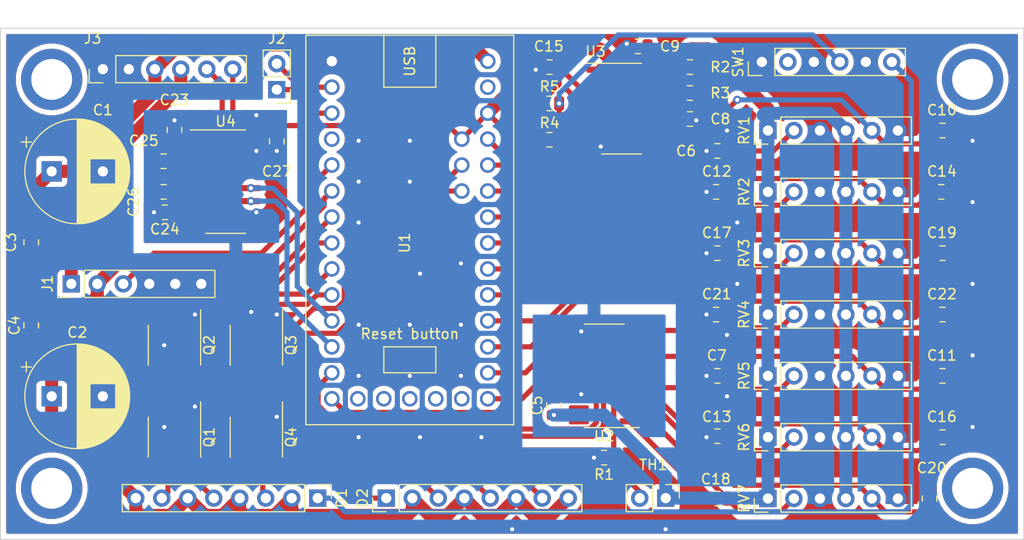
<source format=kicad_pcb>
(kicad_pcb (version 20171130) (host pcbnew 5.1.5-52549c5~84~ubuntu18.04.1)
  (layers (0 F.Cu signal) (31 B.Cu signal) (34 B.Paste user) (35 F.Paste user) (36 B.SilkS user) (37 F.SilkS user) (38 B.Mask user) (39 F.Mask user) (44 Edge.Cuts user))
  (net 0 "")
  (net 1 D+5V)
  (net 2 GNDD)
  (net 3 D+12V)
  (net 4 /MCU/MCU_control_elements/contour_pot)
  (net 5 /MCU/MCU_control_elements/overdrive_gain_pot)
  (net 6 "Net-(C8-Pad1)")
  (net 7 /MCU/MCU_control_elements/presence_pot)
  (net 8 /MCU/MCU_control_elements/overdrive_tone_pot)
  (net 9 /MCU/MCU_control_elements/EQ_low_pot)
  (net 10 /MCU/MCU_control_elements/octaver_down_pot)
  (net 11 /MCU/MCU_control_elements/EQ_low_mid_pot)
  (net 12 "Net-(C15-Pad1)")
  (net 13 /MCU/MCU_control_elements/octaver_up_pot)
  (net 14 /MCU/MCU_control_elements/EQ_high_mid_pot)
  (net 15 /MCU/MCU_control_elements/delay_vol_pot)
  (net 16 /MCU/MCU_control_elements/EQ_high_pot)
  (net 17 /MCU/MCU_control_elements/reverb_vol_pot)
  (net 18 /MCU/MCU_control_elements/comp_ratio_pot)
  (net 19 /MCU/MCU_control_elements/comp_threshold_pot)
  (net 20 "Net-(D1-Pad7)")
  (net 21 "Net-(D1-Pad5)")
  (net 22 "Net-(D1-Pad3)")
  (net 23 "Net-(D1-Pad1)")
  (net 24 "Net-(D2-Pad1)")
  (net 25 "Net-(D2-Pad3)")
  (net 26 "Net-(D2-Pad5)")
  (net 27 /MCU/fan_pwm)
  (net 28 /MCU/DSP_TX)
  (net 29 /MCU/DSP_RX)
  (net 30 /MCU/MCU_LED/octaver_LED)
  (net 31 /MCU/MCU_LED/overdrive_LED)
  (net 32 /MCU/MCU_LED/delay_LED)
  (net 33 /MCU/MCU_LED/reverb_LED)
  (net 34 /MCU/V_temp)
  (net 35 "Net-(R2-Pad2)")
  (net 36 "Net-(R4-Pad2)")
  (net 37 "Net-(U1-PadGND_2)")
  (net 38 /MCU/ADC_SCK)
  (net 39 "Net-(U1-Pad26)")
  (net 40 "Net-(U1-PadPROG)")
  (net 41 "Net-(U1-PadGND_3)")
  (net 42 "Net-(U1-Pad3V3_2)")
  (net 43 "Net-(U1-Pad17_VIN)")
  (net 44 /MCU/ADC_MISO)
  (net 45 /MCU/ADC_MOSI)
  (net 46 /MCU/ADC_CS)
  (net 47 /MCU/3V3)
  (net 48 "Net-(U1-Pad2)")
  (net 49 /MCU/MCU_control_elements/delay_tap_button)
  (net 50 /MCU/MCU_control_elements/mute_sw)
  (net 51 "Net-(D2-Pad7)")
  (net 52 /MCU/MCU_LED/clipping_LED)
  (net 53 "Net-(C23-Pad1)")
  (net 54 "Net-(C24-Pad1)")
  (net 55 "Net-(C25-Pad2)")
  (net 56 "Net-(C25-Pad1)")
  (net 57 "Net-(C26-Pad2)")
  (net 58 "Net-(C26-Pad1)")
  (net 59 "Net-(J3-Pad6)")
  (net 60 "Net-(J3-Pad5)")
  (net 61 /MCU/FS_RX)
  (net 62 /MCU/FS_TX)
  (net 63 "Net-(U4-Pad9)")
  (net 64 "Net-(U4-Pad8)")
  (net 65 "Net-(U4-Pad7)")
  (net 66 /MCU/comp_LED)
  (net 67 /MCU/mute_LED)
  (module Package_SO:SOIC-8_3.9x4.9mm_P1.27mm (layer F.Cu) (at 32 46 270)
    (fp_text reference Q2 (at 0 -3.4 90) (layer F.SilkS))
    (fp_text value TD9944)
    (pad 1 smd roundrect (at -2.475 -1.905 270) (size 1.95 0.6) (layers F.Cu F.Paste F.Mask) (net 2 GNDD))
    (pad 2 smd roundrect (at -2.475 -0.635 270) (size 1.95 0.6) (layers F.Cu F.Paste F.Mask) (net 32 /MCU/MCU_LED/delay_LED))
    (pad 3 smd roundrect (at -2.475 0.635 270) (size 1.95 0.6) (layers F.Cu F.Paste F.Mask) (net 2 GNDD))
    (pad 4 smd roundrect (at -2.475 1.905 270) (size 1.95 0.6) (layers F.Cu F.Paste F.Mask) (net 30 /MCU/MCU_LED/octaver_LED))
    (pad 5 smd roundrect (at 2.475 1.905 270) (size 1.95 0.6) (layers F.Cu F.Paste F.Mask) (net 24 "Net-(D2-Pad1)"))
    (pad 6 smd roundrect (at 2.475 0.635 270) (size 1.95 0.6) (layers F.Cu F.Paste F.Mask) (net 24 "Net-(D2-Pad1)"))
    (pad 7 smd roundrect (at 2.475 -0.635 270) (size 1.95 0.6) (layers F.Cu F.Paste F.Mask) (net 25 "Net-(D2-Pad3)"))
    (pad 8 smd roundrect (at 2.475 -1.905 270) (size 1.95 0.6) (layers F.Cu F.Paste F.Mask) (net 25 "Net-(D2-Pad3)"))
  )
  (module Package_SO:SOIC-8_3.9x4.9mm_P1.27mm (layer F.Cu) (at 40 55 270)
    (fp_text reference Q4 (at 0 -3.4 90) (layer F.SilkS))
    (fp_text value TD9944)
    (pad 8 smd roundrect (at 2.475 -1.905 270) (size 1.95 0.6) (layers F.Cu F.Paste F.Mask) (net 22 "Net-(D1-Pad3)"))
    (pad 7 smd roundrect (at 2.475 -0.635 270) (size 1.95 0.6) (layers F.Cu F.Paste F.Mask) (net 22 "Net-(D1-Pad3)"))
    (pad 6 smd roundrect (at 2.475 0.635 270) (size 1.95 0.6) (layers F.Cu F.Paste F.Mask))
    (pad 5 smd roundrect (at 2.475 1.905 270) (size 1.95 0.6) (layers F.Cu F.Paste F.Mask))
    (pad 4 smd roundrect (at -2.475 1.905 270) (size 1.95 0.6) (layers F.Cu F.Paste F.Mask))
    (pad 3 smd roundrect (at -2.475 0.635 270) (size 1.95 0.6) (layers F.Cu F.Paste F.Mask))
    (pad 2 smd roundrect (at -2.475 -0.635 270) (size 1.95 0.6) (layers F.Cu F.Paste F.Mask) (net 67 /MCU/mute_LED))
    (pad 1 smd roundrect (at -2.475 -1.905 270) (size 1.95 0.6) (layers F.Cu F.Paste F.Mask) (net 2 GNDD))
  )
  (module Package_SO:SOIC-16_3.9x9.9mm_P1.27mm (layer F.Cu) (at 37 30)
    (fp_text reference U4 (at 0 -5.9) (layer F.SilkS))
    (fp_text value MAX3232)
    (pad 16 smd roundrect (at 2.475 -4.445) (size 1.95 0.6) (layers F.Cu F.Paste F.Mask) (net 47 /MCU/3V3))
    (pad 15 smd roundrect (at 2.475 -3.175) (size 1.95 0.6) (layers F.Cu F.Paste F.Mask) (net 2 GNDD))
    (pad 14 smd roundrect (at 2.475 -1.905) (size 1.95 0.6) (layers F.Cu F.Paste F.Mask) (net 59 "Net-(J3-Pad6)"))
    (pad 13 smd roundrect (at 2.475 -0.635) (size 1.95 0.6) (layers F.Cu F.Paste F.Mask) (net 60 "Net-(J3-Pad5)"))
    (pad 12 smd roundrect (at 2.475 0.635) (size 1.95 0.6) (layers F.Cu F.Paste F.Mask) (net 61 /MCU/FS_RX))
    (pad 11 smd roundrect (at 2.475 1.905) (size 1.95 0.6) (layers F.Cu F.Paste F.Mask) (net 62 /MCU/FS_TX))
    (pad 10 smd roundrect (at 2.475 3.175) (size 1.95 0.6) (layers F.Cu F.Paste F.Mask) (net 2 GNDD))
    (pad 9 smd roundrect (at 2.475 4.445) (size 1.95 0.6) (layers F.Cu F.Paste F.Mask) (net 63 "Net-(U4-Pad9)"))
    (pad 8 smd roundrect (at -2.475 4.445) (size 1.95 0.6) (layers F.Cu F.Paste F.Mask) (net 64 "Net-(U4-Pad8)"))
    (pad 7 smd roundrect (at -2.475 3.175) (size 1.95 0.6) (layers F.Cu F.Paste F.Mask) (net 65 "Net-(U4-Pad7)"))
    (pad 6 smd roundrect (at -2.475 1.905) (size 1.95 0.6) (layers F.Cu F.Paste F.Mask) (net 54 "Net-(C24-Pad1)"))
    (pad 5 smd roundrect (at -2.475 0.635) (size 1.95 0.6) (layers F.Cu F.Paste F.Mask) (net 58 "Net-(C26-Pad1)"))
    (pad 4 smd roundrect (at -2.475 -0.635) (size 1.95 0.6) (layers F.Cu F.Paste F.Mask) (net 57 "Net-(C26-Pad2)"))
    (pad 3 smd roundrect (at -2.475 -1.905) (size 1.95 0.6) (layers F.Cu F.Paste F.Mask) (net 56 "Net-(C25-Pad1)"))
    (pad 2 smd roundrect (at -2.475 -3.175) (size 1.95 0.6) (layers F.Cu F.Paste F.Mask) (net 53 "Net-(C23-Pad1)"))
    (pad 1 smd roundrect (at -2.475 -4.445) (size 1.95 0.6) (layers F.Cu F.Paste F.Mask) (net 55 "Net-(C25-Pad2)"))
  )
  (module Capacitor_SMD:C_0805_2012Metric (layer F.Cu) (at 42 26.0625 270)
    (fp_text reference C27 (at 2.9375 0 180) (layer F.SilkS))
    (fp_text value 0.1µF)
    (pad 2 smd roundrect (at 0.9375 0 270) (size 0.975 1.4) (layers F.Cu F.Paste F.Mask) (net 2 GNDD))
    (pad 1 smd roundrect (at -0.9375 0 270) (size 0.975 1.4) (layers F.Cu F.Paste F.Mask) (net 47 /MCU/3V3))
  )
  (module Capacitor_SMD:C_0805_2012Metric (layer F.Cu) (at 32 24.9375 90)
    (fp_text reference C23 (at 2.9375 0 180) (layer F.SilkS))
    (fp_text value 0.1µF)
    (pad 2 smd roundrect (at 0.9375 0 90) (size 0.975 1.4) (layers F.Cu F.Paste F.Mask) (net 2 GNDD))
    (pad 1 smd roundrect (at -0.9375 0 90) (size 0.975 1.4) (layers F.Cu F.Paste F.Mask) (net 53 "Net-(C23-Pad1)"))
  )
  (module Capacitor_SMD:C_0805_2012Metric (layer F.Cu) (at 31.0625 33 180)
    (fp_text reference C24 (at 0 -1.65) (layer F.SilkS))
    (fp_text value 0.1µF)
    (pad 2 smd roundrect (at 0.9375 0 180) (size 0.975 1.4) (layers F.Cu F.Paste F.Mask) (net 2 GNDD))
    (pad 1 smd roundrect (at -0.9375 0 180) (size 0.975 1.4) (layers F.Cu F.Paste F.Mask) (net 54 "Net-(C24-Pad1)"))
  )
  (module Capacitor_SMD:C_0805_2012Metric (layer F.Cu) (at 30.9375 28 180)
    (fp_text reference C25 (at 1.9375 2 180) (layer F.SilkS))
    (fp_text value 0.1µF)
    (pad 2 smd roundrect (at 0.9375 0 180) (size 0.975 1.4) (layers F.Cu F.Paste F.Mask) (net 55 "Net-(C25-Pad2)"))
    (pad 1 smd roundrect (at -0.9375 0 180) (size 0.975 1.4) (layers F.Cu F.Paste F.Mask) (net 56 "Net-(C25-Pad1)"))
  )
  (module Capacitor_SMD:C_0805_2012Metric (layer F.Cu) (at 30.9375 31 180)
    (fp_text reference C26 (at 2.9375 -1 90) (layer F.SilkS))
    (fp_text value 0.1µF)
    (pad 2 smd roundrect (at 0.9375 0 180) (size 0.975 1.4) (layers F.Cu F.Paste F.Mask) (net 57 "Net-(C26-Pad2)"))
    (pad 1 smd roundrect (at -0.9375 0 180) (size 0.975 1.4) (layers F.Cu F.Paste F.Mask) (net 58 "Net-(C26-Pad1)"))
  )
  (module Connector_PinHeader_2.54mm:PinHeader_1x06_P2.54mm_Vertical (layer F.Cu) (at 25 19 90)
    (fp_text reference J3 (at 3 -1 180) (layer F.SilkS))
    (fp_text value Conn_01x06_Male)
    (pad 6 thru_hole oval (at 0 12.7 90) (size 1.7 1.7) (drill 1) (layers *.Cu *.Mask) (net 59 "Net-(J3-Pad6)"))
    (pad 5 thru_hole oval (at 0 10.16 90) (size 1.7 1.7) (drill 1) (layers *.Cu *.Mask) (net 60 "Net-(J3-Pad5)"))
    (pad 4 thru_hole oval (at 0 7.62 90) (size 1.7 1.7) (drill 1) (layers *.Cu *.Mask) (net 3 D+12V))
    (pad 3 thru_hole oval (at 0 5.08 90) (size 1.7 1.7) (drill 1) (layers *.Cu *.Mask) (net 1 D+5V))
    (pad 2 thru_hole oval (at 0 2.54 90) (size 1.7 1.7) (drill 1) (layers *.Cu *.Mask) (net 2 GNDD))
    (pad 1 thru_hole rect (at 0 0 90) (size 1.7 1.7) (drill 1) (layers *.Cu *.Mask) (net 2 GNDD))
  )
  (module bass_amplifier:Teensy_LC (layer F.Cu) (at 55 36 270)
    (fp_text reference U1 (at 0 0.5 90) (layer F.SilkS))
    (fp_text value Teensy_LC)
    (fp_text user "Reset button" (at 8.89 0) (layer F.SilkS))
    (fp_text user USB (at -17.78 0 90) (layer F.SilkS))
    (pad 25 thru_hole circle (at -5.08 -5.08 270) (size 1.524 1.524) (drill 1.016) (layers *.Cu *.Mask) (net 67 /MCU/mute_LED))
    (pad 24 thru_hole circle (at -7.62 -5.08 270) (size 1.524 1.524) (drill 1.016) (layers *.Cu *.Mask) (net 66 /MCU/comp_LED))
    (pad AREF thru_hole circle (at -10.16 -5.08 270) (size 1.524 1.524) (drill 1.016) (layers *.Cu *.Mask) (net 47 /MCU/3V3))
    (pad GND_1 thru_hole circle (at -17.78 7.62 270) (size 1.524 1.524) (drill 1.016) (layers *.Cu *.Mask) (net 2 GNDD))
    (pad 0 thru_hole circle (at -15.24 7.62 270) (size 1.524 1.524) (drill 1.016) (layers *.Cu *.Mask) (net 28 /MCU/DSP_TX))
    (pad 1 thru_hole circle (at -12.7 7.62 270) (size 1.524 1.524) (drill 1.016) (layers *.Cu *.Mask) (net 29 /MCU/DSP_RX))
    (pad 2 thru_hole circle (at -10.16 7.62 270) (size 1.524 1.524) (drill 1.016) (layers *.Cu *.Mask) (net 48 "Net-(U1-Pad2)"))
    (pad 3 thru_hole circle (at -7.62 7.62 270) (size 1.524 1.524) (drill 1.016) (layers *.Cu *.Mask) (net 27 /MCU/fan_pwm))
    (pad 4 thru_hole circle (at -5.08 7.62 270) (size 1.524 1.524) (drill 1.016) (layers *.Cu *.Mask) (net 30 /MCU/MCU_LED/octaver_LED))
    (pad 5 thru_hole circle (at -2.54 7.62 270) (size 1.524 1.524) (drill 1.016) (layers *.Cu *.Mask) (net 32 /MCU/MCU_LED/delay_LED))
    (pad 6 thru_hole circle (at 0 7.62 270) (size 1.524 1.524) (drill 1.016) (layers *.Cu *.Mask) (net 31 /MCU/MCU_LED/overdrive_LED))
    (pad 7 thru_hole circle (at 2.54 7.62 270) (size 1.524 1.524) (drill 1.016) (layers *.Cu *.Mask) (net 33 /MCU/MCU_LED/reverb_LED))
    (pad 8 thru_hole circle (at 5.08 7.62 270) (size 1.524 1.524) (drill 1.016) (layers *.Cu *.Mask) (net 52 /MCU/MCU_LED/clipping_LED))
    (pad 9 thru_hole circle (at 7.62 7.62 270) (size 1.524 1.524) (drill 1.016) (layers *.Cu *.Mask) (net 61 /MCU/FS_RX))
    (pad 10 thru_hole circle (at 10.16 7.62 270) (size 1.524 1.524) (drill 1.016) (layers *.Cu *.Mask) (net 62 /MCU/FS_TX))
    (pad 11 thru_hole circle (at 12.7 7.62 270) (size 1.524 1.524) (drill 1.016) (layers *.Cu *.Mask) (net 45 /MCU/ADC_MOSI))
    (pad 12 thru_hole circle (at 15.24 7.62 270) (size 1.524 1.524) (drill 1.016) (layers *.Cu *.Mask) (net 44 /MCU/ADC_MISO))
    (pad 17_VIN thru_hole circle (at 15.24 5.08 270) (size 1.524 1.524) (drill 1.016) (layers *.Cu *.Mask) (net 43 "Net-(U1-Pad17_VIN)"))
    (pad 3V3_2 thru_hole circle (at 15.24 2.54 270) (size 1.524 1.524) (drill 1.016) (layers *.Cu *.Mask) (net 42 "Net-(U1-Pad3V3_2)"))
    (pad GND_3 thru_hole circle (at 15.24 0 270) (size 1.524 1.524) (drill 1.016) (layers *.Cu *.Mask) (net 41 "Net-(U1-PadGND_3)"))
    (pad PROG thru_hole circle (at 15.24 -2.54 270) (size 1.524 1.524) (drill 1.016) (layers *.Cu *.Mask) (net 40 "Net-(U1-PadPROG)"))
    (pad 26 thru_hole circle (at 15.24 -5.08 270) (size 1.524 1.524) (drill 1.016) (layers *.Cu *.Mask) (net 39 "Net-(U1-Pad26)"))
    (pad 13 thru_hole circle (at 15.24 -7.62 270) (size 1.524 1.524) (drill 1.016) (layers *.Cu *.Mask) (net 38 /MCU/ADC_SCK))
    (pad 14 thru_hole circle (at 12.7 -7.62 270) (size 1.524 1.524) (drill 1.016) (layers *.Cu *.Mask) (net 46 /MCU/ADC_CS))
    (pad 15 thru_hole circle (at 10.16 -7.62 270) (size 1.524 1.524) (drill 1.016) (layers *.Cu *.Mask) (net 19 /MCU/MCU_control_elements/comp_threshold_pot))
    (pad 16 thru_hole circle (at 7.62 -7.62 270) (size 1.524 1.524) (drill 1.016) (layers *.Cu *.Mask) (net 14 /MCU/MCU_control_elements/EQ_high_mid_pot))
    (pad 17 thru_hole circle (at 5.08 -7.62 270) (size 1.524 1.524) (drill 1.016) (layers *.Cu *.Mask) (net 16 /MCU/MCU_control_elements/EQ_high_pot))
    (pad 18 thru_hole circle (at 2.54 -7.62 270) (size 1.524 1.524) (drill 1.016) (layers *.Cu *.Mask) (net 9 /MCU/MCU_control_elements/EQ_low_pot))
    (pad 19 thru_hole circle (at 0 -7.62 270) (size 1.524 1.524) (drill 1.016) (layers *.Cu *.Mask) (net 11 /MCU/MCU_control_elements/EQ_low_mid_pot))
    (pad 20 thru_hole circle (at -2.54 -7.62 270) (size 1.524 1.524) (drill 1.016) (layers *.Cu *.Mask) (net 4 /MCU/MCU_control_elements/contour_pot))
    (pad 21 thru_hole circle (at -5.08 -7.62 270) (size 1.524 1.524) (drill 1.016) (layers *.Cu *.Mask) (net 7 /MCU/MCU_control_elements/presence_pot))
    (pad 22 thru_hole circle (at -7.62 -7.62 270) (size 1.524 1.524) (drill 1.016) (layers *.Cu *.Mask) (net 50 /MCU/MCU_control_elements/mute_sw))
    (pad 23 thru_hole circle (at -10.16 -7.62 270) (size 1.524 1.524) (drill 1.016) (layers *.Cu *.Mask) (net 49 /MCU/MCU_control_elements/delay_tap_button))
    (pad 3V3_1 thru_hole circle (at -12.7 -7.62 270) (size 1.524 1.524) (drill 1.016) (layers *.Cu *.Mask) (net 47 /MCU/3V3))
    (pad GND_2 thru_hole circle (at -15.24 -7.62 270) (size 1.524 1.524) (drill 1.016) (layers *.Cu *.Mask) (net 37 "Net-(U1-PadGND_2)"))
    (pad VIN thru_hole circle (at -17.78 -7.62 270) (size 1.524 1.524) (drill 1.016) (layers *.Cu *.Mask) (net 1 D+5V))
  )
  (module Package_SO:SOIC-16_3.9x9.9mm_P1.27mm (layer F.Cu) (at 74 49 180)
    (fp_text reference U2 (at 0 -5.9) (layer F.SilkS))
    (fp_text value MCP3208)
    (pad 1 smd roundrect (at -2.475 -4.445 180) (size 1.95 0.6) (layers F.Cu F.Paste F.Mask) (net 15 /MCU/MCU_control_elements/delay_vol_pot))
    (pad 2 smd roundrect (at -2.475 -3.175 180) (size 1.95 0.6) (layers F.Cu F.Paste F.Mask) (net 17 /MCU/MCU_control_elements/reverb_vol_pot))
    (pad 3 smd roundrect (at -2.475 -1.905 180) (size 1.95 0.6) (layers F.Cu F.Paste F.Mask) (net 10 /MCU/MCU_control_elements/octaver_down_pot))
    (pad 4 smd roundrect (at -2.475 -0.635 180) (size 1.95 0.6) (layers F.Cu F.Paste F.Mask) (net 13 /MCU/MCU_control_elements/octaver_up_pot))
    (pad 5 smd roundrect (at -2.475 0.635 180) (size 1.95 0.6) (layers F.Cu F.Paste F.Mask) (net 5 /MCU/MCU_control_elements/overdrive_gain_pot))
    (pad 6 smd roundrect (at -2.475 1.905 180) (size 1.95 0.6) (layers F.Cu F.Paste F.Mask) (net 8 /MCU/MCU_control_elements/overdrive_tone_pot))
    (pad 7 smd roundrect (at -2.475 3.175 180) (size 1.95 0.6) (layers F.Cu F.Paste F.Mask) (net 34 /MCU/V_temp))
    (pad 8 smd roundrect (at -2.475 4.445 180) (size 1.95 0.6) (layers F.Cu F.Paste F.Mask) (net 18 /MCU/MCU_control_elements/comp_ratio_pot))
    (pad 9 smd roundrect (at 2.475 4.445 180) (size 1.95 0.6) (layers F.Cu F.Paste F.Mask) (net 2 GNDD))
    (pad 10 smd roundrect (at 2.475 3.175 180) (size 1.95 0.6) (layers F.Cu F.Paste F.Mask) (net 46 /MCU/ADC_CS))
    (pad 11 smd roundrect (at 2.475 1.905 180) (size 1.95 0.6) (layers F.Cu F.Paste F.Mask) (net 45 /MCU/ADC_MOSI))
    (pad 12 smd roundrect (at 2.475 0.635 180) (size 1.95 0.6) (layers F.Cu F.Paste F.Mask) (net 44 /MCU/ADC_MISO))
    (pad 13 smd roundrect (at 2.475 -0.635 180) (size 1.95 0.6) (layers F.Cu F.Paste F.Mask) (net 38 /MCU/ADC_SCK))
    (pad 14 smd roundrect (at 2.475 -1.905 180) (size 1.95 0.6) (layers F.Cu F.Paste F.Mask) (net 2 GNDD))
    (pad 15 smd roundrect (at 2.475 -3.175 180) (size 1.95 0.6) (layers F.Cu F.Paste F.Mask) (net 47 /MCU/3V3))
    (pad 16 smd roundrect (at 2.475 -4.445 180) (size 1.95 0.6) (layers F.Cu F.Paste F.Mask) (net 47 /MCU/3V3))
  )
  (module Connector_PinHeader_2.54mm:PinHeader_1x06_P2.54mm_Vertical (layer F.Cu) (at 89.408 18.288 90)
    (fp_text reference SW1 (at 0 -2.33 90) (layer F.SilkS))
    (fp_text value SW_SPST_X3)
    (pad 1 thru_hole rect (at 0 0 90) (size 1.7 1.7) (drill 1) (layers *.Cu *.Mask) (net 2 GNDD))
    (pad 2 thru_hole oval (at 0 2.54 90) (size 1.7 1.7) (drill 1) (layers *.Cu *.Mask) (net 35 "Net-(R2-Pad2)"))
    (pad 3 thru_hole oval (at 0 5.08 90) (size 1.7 1.7) (drill 1) (layers *.Cu *.Mask) (net 2 GNDD))
    (pad 4 thru_hole oval (at 0 7.62 90) (size 1.7 1.7) (drill 1) (layers *.Cu *.Mask) (net 36 "Net-(R4-Pad2)"))
    (pad 5 thru_hole oval (at 0 10.16 90) (size 1.7 1.7) (drill 1) (layers *.Cu *.Mask) (net 2 GNDD))
    (pad 6 thru_hole oval (at 0 12.7 90) (size 1.7 1.7) (drill 1) (layers *.Cu *.Mask) (net 23 "Net-(D1-Pad1)"))
  )
  (module Capacitor_THT:CP_Radial_D10.0mm_P5.00mm (layer F.Cu) (at 20 29)
    (fp_text reference C1 (at 5 -6) (layer F.SilkS))
    (fp_text value 1000µF/25V)
    (pad 1 thru_hole rect (at 0 0) (size 2 2) (drill 1) (layers *.Cu *.Mask) (net 1 D+5V))
    (pad 2 thru_hole circle (at 5 0) (size 2 2) (drill 1) (layers *.Cu *.Mask) (net 2 GNDD))
  )
  (module Capacitor_THT:CP_Radial_D10.0mm_P5.00mm (layer F.Cu) (at 20 51)
    (fp_text reference C2 (at 2.5 -6.25) (layer F.SilkS))
    (fp_text value 1000µF/25V)
    (pad 2 thru_hole circle (at 5 0) (size 2 2) (drill 1) (layers *.Cu *.Mask) (net 2 GNDD))
    (pad 1 thru_hole rect (at 0 0) (size 2 2) (drill 1) (layers *.Cu *.Mask) (net 3 D+12V))
  )
  (module Capacitor_SMD:C_0805_2012Metric (layer F.Cu) (at 18 35.9375 270)
    (fp_text reference C3 (at 0 2 90) (layer F.SilkS))
    (fp_text value "2.2µF/25V/UL low ESR")
    (pad 2 smd roundrect (at 0.9375 0 270) (size 0.975 1.4) (layers F.Cu F.Paste F.Mask) (net 2 GNDD))
    (pad 1 smd roundrect (at -0.9375 0 270) (size 0.975 1.4) (layers F.Cu F.Paste F.Mask) (net 1 D+5V))
  )
  (module Capacitor_SMD:C_0805_2012Metric (layer F.Cu) (at 18 44.0625 90)
    (fp_text reference C4 (at 0 -1.65 90) (layer F.SilkS))
    (fp_text value "2.2µF/25V/UL low ESR")
    (pad 1 smd roundrect (at -0.9375 0 90) (size 0.975 1.4) (layers F.Cu F.Paste F.Mask) (net 3 D+12V))
    (pad 2 smd roundrect (at 0.9375 0 90) (size 0.975 1.4) (layers F.Cu F.Paste F.Mask) (net 2 GNDD))
  )
  (module Capacitor_SMD:C_0805_2012Metric (layer F.Cu) (at 69.088 51.8945 90)
    (fp_text reference C5 (at 0 -1.65 90) (layer F.SilkS))
    (fp_text value "1µF/10V/UL ESR")
    (pad 2 smd roundrect (at 0.9375 0 90) (size 0.975 1.4) (layers F.Cu F.Paste F.Mask) (net 2 GNDD))
    (pad 1 smd roundrect (at -0.9375 0 90) (size 0.975 1.4) (layers F.Cu F.Paste F.Mask) (net 47 /MCU/3V3))
  )
  (module Capacitor_SMD:C_0805_2012Metric (layer F.Cu) (at 85.0625 27 180)
    (fp_text reference C6 (at 3.0625 0) (layer F.SilkS))
    (fp_text value 1µF/16V)
    (pad 1 smd roundrect (at -0.9375 0 180) (size 0.975 1.4) (layers F.Cu F.Paste F.Mask) (net 4 /MCU/MCU_control_elements/contour_pot))
    (pad 2 smd roundrect (at 0.9375 0 180) (size 0.975 1.4) (layers F.Cu F.Paste F.Mask) (net 2 GNDD))
  )
  (module Capacitor_SMD:C_0805_2012Metric (layer F.Cu) (at 85.0625 49 180)
    (fp_text reference C7 (at 0.0625 2) (layer F.SilkS))
    (fp_text value 1µF/16V)
    (pad 1 smd roundrect (at -0.9375 0 180) (size 0.975 1.4) (layers F.Cu F.Paste F.Mask) (net 5 /MCU/MCU_control_elements/overdrive_gain_pot))
    (pad 2 smd roundrect (at 0.9375 0 180) (size 0.975 1.4) (layers F.Cu F.Paste F.Mask) (net 2 GNDD))
  )
  (module Capacitor_SMD:C_0805_2012Metric (layer F.Cu) (at 82.3745 23.876)
    (fp_text reference C8 (at 2.9695 0) (layer F.SilkS))
    (fp_text value 0.1µF/25V)
    (pad 1 smd roundrect (at -0.9375 0) (size 0.975 1.4) (layers F.Cu F.Paste F.Mask) (net 6 "Net-(C8-Pad1)"))
    (pad 2 smd roundrect (at 0.9375 0) (size 0.975 1.4) (layers F.Cu F.Paste F.Mask) (net 2 GNDD))
  )
  (module Capacitor_SMD:C_0805_2012Metric (layer F.Cu) (at 77.2945 16.764 180)
    (fp_text reference C9 (at -3.1265 0) (layer F.SilkS))
    (fp_text value "1µF/10V/UL ESR")
    (pad 2 smd roundrect (at 0.9375 0 180) (size 0.975 1.4) (layers F.Cu F.Paste F.Mask) (net 2 GNDD))
    (pad 1 smd roundrect (at -0.9375 0 180) (size 0.975 1.4) (layers F.Cu F.Paste F.Mask) (net 47 /MCU/3V3))
  )
  (module Capacitor_SMD:C_0805_2012Metric (layer F.Cu) (at 107.0625 25)
    (fp_text reference C10 (at -0.0625 -2) (layer F.SilkS))
    (fp_text value 1µF/16V)
    (pad 1 smd roundrect (at -0.9375 0) (size 0.975 1.4) (layers F.Cu F.Paste F.Mask) (net 7 /MCU/MCU_control_elements/presence_pot))
    (pad 2 smd roundrect (at 0.9375 0) (size 0.975 1.4) (layers F.Cu F.Paste F.Mask) (net 2 GNDD))
  )
  (module Capacitor_SMD:C_0805_2012Metric (layer F.Cu) (at 107.0625 49)
    (fp_text reference C11 (at -0.0625 -2) (layer F.SilkS))
    (fp_text value 1µF/16V)
    (pad 1 smd roundrect (at -0.9375 0) (size 0.975 1.4) (layers F.Cu F.Paste F.Mask) (net 8 /MCU/MCU_control_elements/overdrive_tone_pot))
    (pad 2 smd roundrect (at 0.9375 0) (size 0.975 1.4) (layers F.Cu F.Paste F.Mask) (net 2 GNDD))
  )
  (module Capacitor_SMD:C_0805_2012Metric (layer F.Cu) (at 84.9375 31 180)
    (fp_text reference C12 (at -0.0625 2) (layer F.SilkS))
    (fp_text value 1µF/16V)
    (pad 2 smd roundrect (at 0.9375 0 180) (size 0.975 1.4) (layers F.Cu F.Paste F.Mask) (net 2 GNDD))
    (pad 1 smd roundrect (at -0.9375 0 180) (size 0.975 1.4) (layers F.Cu F.Paste F.Mask) (net 9 /MCU/MCU_control_elements/EQ_low_pot))
  )
  (module Capacitor_SMD:C_0805_2012Metric (layer F.Cu) (at 85.0625 54.9 180)
    (fp_text reference C13 (at 0.0625 1.9) (layer F.SilkS))
    (fp_text value 1µF/16V)
    (pad 2 smd roundrect (at 0.9375 0 180) (size 0.975 1.4) (layers F.Cu F.Paste F.Mask) (net 2 GNDD))
    (pad 1 smd roundrect (at -0.9375 0 180) (size 0.975 1.4) (layers F.Cu F.Paste F.Mask) (net 10 /MCU/MCU_control_elements/octaver_down_pot))
  )
  (module Capacitor_SMD:C_0805_2012Metric (layer F.Cu) (at 106.9375 31)
    (fp_text reference C14 (at 0.0625 -2) (layer F.SilkS))
    (fp_text value 1µF/16V)
    (pad 1 smd roundrect (at -0.9375 0) (size 0.975 1.4) (layers F.Cu F.Paste F.Mask) (net 11 /MCU/MCU_control_elements/EQ_low_mid_pot))
    (pad 2 smd roundrect (at 0.9375 0) (size 0.975 1.4) (layers F.Cu F.Paste F.Mask) (net 2 GNDD))
  )
  (module Capacitor_SMD:C_0805_2012Metric (layer F.Cu) (at 68.6585 18.796 180)
    (fp_text reference C15 (at 0.0785 2.032) (layer F.SilkS))
    (fp_text value 0.1µF/25V)
    (pad 2 smd roundrect (at 0.9375 0 180) (size 0.975 1.4) (layers F.Cu F.Paste F.Mask) (net 2 GNDD))
    (pad 1 smd roundrect (at -0.9375 0 180) (size 0.975 1.4) (layers F.Cu F.Paste F.Mask) (net 12 "Net-(C15-Pad1)"))
  )
  (module Capacitor_SMD:C_0805_2012Metric (layer F.Cu) (at 107.0625 55)
    (fp_text reference C16 (at -0.0625 -2) (layer F.SilkS))
    (fp_text value 1µF/16V)
    (pad 2 smd roundrect (at 0.9375 0) (size 0.975 1.4) (layers F.Cu F.Paste F.Mask) (net 2 GNDD))
    (pad 1 smd roundrect (at -0.9375 0) (size 0.975 1.4) (layers F.Cu F.Paste F.Mask) (net 13 /MCU/MCU_control_elements/octaver_up_pot))
  )
  (module Capacitor_SMD:C_0805_2012Metric (layer F.Cu) (at 85.0625 37 180)
    (fp_text reference C17 (at 0.0625 2) (layer F.SilkS))
    (fp_text value 1µF/16V)
    (pad 2 smd roundrect (at 0.9375 0 180) (size 0.975 1.4) (layers F.Cu F.Paste F.Mask) (net 2 GNDD))
    (pad 1 smd roundrect (at -0.9375 0 180) (size 0.975 1.4) (layers F.Cu F.Paste F.Mask) (net 14 /MCU/MCU_control_elements/EQ_high_mid_pot))
  )
  (module Capacitor_SMD:C_0805_2012Metric (layer F.Cu) (at 85.0625 61 180)
    (fp_text reference C18 (at 0.1625 1.9) (layer F.SilkS))
    (fp_text value 1µF/16V)
    (pad 1 smd roundrect (at -0.9375 0 180) (size 0.975 1.4) (layers F.Cu F.Paste F.Mask) (net 15 /MCU/MCU_control_elements/delay_vol_pot))
    (pad 2 smd roundrect (at 0.9375 0 180) (size 0.975 1.4) (layers F.Cu F.Paste F.Mask) (net 2 GNDD))
  )
  (module Capacitor_SMD:C_0805_2012Metric (layer F.Cu) (at 107.0625 37)
    (fp_text reference C19 (at -0.0625 -2) (layer F.SilkS))
    (fp_text value 1µF/16V)
    (pad 1 smd roundrect (at -0.9375 0) (size 0.975 1.4) (layers F.Cu F.Paste F.Mask) (net 16 /MCU/MCU_control_elements/EQ_high_pot))
    (pad 2 smd roundrect (at 0.9375 0) (size 0.975 1.4) (layers F.Cu F.Paste F.Mask) (net 2 GNDD))
  )
  (module Capacitor_SMD:C_0805_2012Metric (layer F.Cu) (at 105.8 61 90)
    (fp_text reference C20 (at 3 0.2 180) (layer F.SilkS))
    (fp_text value 1µF/16V)
    (pad 1 smd roundrect (at -0.9375 0 90) (size 0.975 1.4) (layers F.Cu F.Paste F.Mask) (net 17 /MCU/MCU_control_elements/reverb_vol_pot))
    (pad 2 smd roundrect (at 0.9375 0 90) (size 0.975 1.4) (layers F.Cu F.Paste F.Mask) (net 2 GNDD))
  )
  (module Capacitor_SMD:C_0805_2012Metric (layer F.Cu) (at 84.9375 43 180)
    (fp_text reference C21 (at -0.0625 2) (layer F.SilkS))
    (fp_text value 1µF/16V)
    (pad 2 smd roundrect (at 0.9375 0 180) (size 0.975 1.4) (layers F.Cu F.Paste F.Mask) (net 2 GNDD))
    (pad 1 smd roundrect (at -0.9375 0 180) (size 0.975 1.4) (layers F.Cu F.Paste F.Mask) (net 18 /MCU/MCU_control_elements/comp_ratio_pot))
  )
  (module Capacitor_SMD:C_0805_2012Metric (layer F.Cu) (at 107.0625 43)
    (fp_text reference C22 (at -0.0625 -2) (layer F.SilkS))
    (fp_text value 1µF/16V)
    (pad 2 smd roundrect (at 0.9375 0) (size 0.975 1.4) (layers F.Cu F.Paste F.Mask) (net 2 GNDD))
    (pad 1 smd roundrect (at -0.9375 0) (size 0.975 1.4) (layers F.Cu F.Paste F.Mask) (net 19 /MCU/MCU_control_elements/comp_threshold_pot))
  )
  (module Connector_PinHeader_2.54mm:PinHeader_1x08_P2.54mm_Vertical (layer F.Cu) (at 46 60.96 270)
    (fp_text reference D1 (at 0 -2.33 90) (layer F.SilkS))
    (fp_text value LED_PAD)
    (pad 8 thru_hole oval (at 0 17.78 270) (size 1.7 1.7) (drill 1) (layers *.Cu *.Mask) (net 3 D+12V))
    (pad 7 thru_hole oval (at 0 15.24 270) (size 1.7 1.7) (drill 1) (layers *.Cu *.Mask) (net 20 "Net-(D1-Pad7)"))
    (pad 6 thru_hole oval (at 0 12.7 270) (size 1.7 1.7) (drill 1) (layers *.Cu *.Mask) (net 3 D+12V))
    (pad 5 thru_hole oval (at 0 10.16 270) (size 1.7 1.7) (drill 1) (layers *.Cu *.Mask) (net 21 "Net-(D1-Pad5)"))
    (pad 4 thru_hole oval (at 0 7.62 270) (size 1.7 1.7) (drill 1) (layers *.Cu *.Mask) (net 3 D+12V))
    (pad 3 thru_hole oval (at 0 5.08 270) (size 1.7 1.7) (drill 1) (layers *.Cu *.Mask) (net 22 "Net-(D1-Pad3)"))
    (pad 2 thru_hole oval (at 0 2.54 270) (size 1.7 1.7) (drill 1) (layers *.Cu *.Mask) (net 3 D+12V))
    (pad 1 thru_hole rect (at 0 0 270) (size 1.7 1.7) (drill 1) (layers *.Cu *.Mask) (net 23 "Net-(D1-Pad1)"))
  )
  (module Connector_PinHeader_2.54mm:PinHeader_1x08_P2.54mm_Vertical (layer F.Cu) (at 52.705 60.96 90)
    (fp_text reference D2 (at 0 -2.33 90) (layer F.SilkS))
    (fp_text value LED_PAD)
    (pad 1 thru_hole rect (at 0 0 90) (size 1.7 1.7) (drill 1) (layers *.Cu *.Mask) (net 24 "Net-(D2-Pad1)"))
    (pad 2 thru_hole oval (at 0 2.54 90) (size 1.7 1.7) (drill 1) (layers *.Cu *.Mask) (net 3 D+12V))
    (pad 3 thru_hole oval (at 0 5.08 90) (size 1.7 1.7) (drill 1) (layers *.Cu *.Mask) (net 25 "Net-(D2-Pad3)"))
    (pad 4 thru_hole oval (at 0 7.62 90) (size 1.7 1.7) (drill 1) (layers *.Cu *.Mask) (net 3 D+12V))
    (pad 5 thru_hole oval (at 0 10.16 90) (size 1.7 1.7) (drill 1) (layers *.Cu *.Mask) (net 26 "Net-(D2-Pad5)"))
    (pad 6 thru_hole oval (at 0 12.7 90) (size 1.7 1.7) (drill 1) (layers *.Cu *.Mask) (net 3 D+12V))
    (pad 7 thru_hole oval (at 0 15.24 90) (size 1.7 1.7) (drill 1) (layers *.Cu *.Mask) (net 51 "Net-(D2-Pad7)"))
    (pad 8 thru_hole oval (at 0 17.78 90) (size 1.7 1.7) (drill 1) (layers *.Cu *.Mask) (net 3 D+12V))
  )
  (module Connector_PinHeader_2.54mm:PinHeader_1x06_P2.54mm_Vertical (layer F.Cu) (at 21.92 40 90)
    (fp_text reference J1 (at 0 -2.33 90) (layer F.SilkS))
    (fp_text value Conn_01x06_Male)
    (pad 1 thru_hole rect (at 0 0 90) (size 1.7 1.7) (drill 1) (layers *.Cu *.Mask) (net 1 D+5V))
    (pad 2 thru_hole oval (at 0 2.54 90) (size 1.7 1.7) (drill 1) (layers *.Cu *.Mask) (net 3 D+12V))
    (pad 3 thru_hole oval (at 0 5.08 90) (size 1.7 1.7) (drill 1) (layers *.Cu *.Mask) (net 27 /MCU/fan_pwm))
    (pad 4 thru_hole oval (at 0 7.62 90) (size 1.7 1.7) (drill 1) (layers *.Cu *.Mask) (net 2 GNDD))
    (pad 5 thru_hole oval (at 0 10.16 90) (size 1.7 1.7) (drill 1) (layers *.Cu *.Mask) (net 2 GNDD))
    (pad 6 thru_hole oval (at 0 12.7 90) (size 1.7 1.7) (drill 1) (layers *.Cu *.Mask) (net 2 GNDD))
  )
  (module Connector_PinHeader_2.54mm:PinHeader_1x02_P2.54mm_Vertical (layer F.Cu) (at 42 21 180)
    (fp_text reference J2 (at 0 5) (layer F.SilkS))
    (fp_text value Conn_01x02_Male)
    (pad 2 thru_hole oval (at 0 2.54 180) (size 1.7 1.7) (drill 1) (layers *.Cu *.Mask) (net 28 /MCU/DSP_TX))
    (pad 1 thru_hole rect (at 0 0 180) (size 1.7 1.7) (drill 1) (layers *.Cu *.Mask) (net 29 /MCU/DSP_RX))
  )
  (module Resistor_SMD:R_0805_2012Metric (layer F.Cu) (at 73.9925 57 180)
    (fp_text reference R1 (at 0 -1.65) (layer F.SilkS))
    (fp_text value 10k)
    (pad 1 smd roundrect (at -0.9375 0 180) (size 0.975 1.4) (layers F.Cu F.Paste F.Mask) (net 34 /MCU/V_temp))
    (pad 2 smd roundrect (at 0.9375 0 180) (size 0.975 1.4) (layers F.Cu F.Paste F.Mask) (net 2 GNDD))
  )
  (module Resistor_SMD:R_0805_2012Metric (layer F.Cu) (at 82.3745 18.796)
    (fp_text reference R2 (at 2.9695 0) (layer F.SilkS))
    (fp_text value 10k)
    (pad 2 smd roundrect (at 0.9375 0) (size 0.975 1.4) (layers F.Cu F.Paste F.Mask) (net 35 "Net-(R2-Pad2)"))
    (pad 1 smd roundrect (at -0.9375 0) (size 0.975 1.4) (layers F.Cu F.Paste F.Mask) (net 47 /MCU/3V3))
  )
  (module Resistor_SMD:R_0805_2012Metric (layer F.Cu) (at 82.3745 21.336)
    (fp_text reference R3 (at 2.9695 0) (layer F.SilkS))
    (fp_text value 10k)
    (pad 1 smd roundrect (at -0.9375 0) (size 0.975 1.4) (layers F.Cu F.Paste F.Mask) (net 6 "Net-(C8-Pad1)"))
    (pad 2 smd roundrect (at 0.9375 0) (size 0.975 1.4) (layers F.Cu F.Paste F.Mask) (net 35 "Net-(R2-Pad2)"))
  )
  (module Resistor_SMD:R_0805_2012Metric (layer F.Cu) (at 68.6585 25.908)
    (fp_text reference R4 (at 0 -1.65) (layer F.SilkS))
    (fp_text value 10k)
    (pad 2 smd roundrect (at 0.9375 0) (size 0.975 1.4) (layers F.Cu F.Paste F.Mask) (net 36 "Net-(R4-Pad2)"))
    (pad 1 smd roundrect (at -0.9375 0) (size 0.975 1.4) (layers F.Cu F.Paste F.Mask) (net 47 /MCU/3V3))
  )
  (module Resistor_SMD:R_0805_2012Metric (layer F.Cu) (at 68.6585 22.352)
    (fp_text reference R5 (at 0 -1.65) (layer F.SilkS))
    (fp_text value 10k)
    (pad 1 smd roundrect (at -0.9375 0) (size 0.975 1.4) (layers F.Cu F.Paste F.Mask) (net 12 "Net-(C15-Pad1)"))
    (pad 2 smd roundrect (at 0.9375 0) (size 0.975 1.4) (layers F.Cu F.Paste F.Mask) (net 36 "Net-(R4-Pad2)"))
  )
  (module Connector_PinHeader_2.54mm:PinHeader_1x06_P2.54mm_Vertical (layer F.Cu) (at 90 25 90)
    (fp_text reference RV1 (at 0 -2.33 90) (layer F.SilkS))
    (fp_text value 10k)
    (pad 1 thru_hole rect (at 0 0 90) (size 1.7 1.7) (drill 1) (layers *.Cu *.Mask) (net 47 /MCU/3V3))
    (pad 2 thru_hole oval (at 0 2.54 90) (size 1.7 1.7) (drill 1) (layers *.Cu *.Mask) (net 4 /MCU/MCU_control_elements/contour_pot))
    (pad 3 thru_hole oval (at 0 5.08 90) (size 1.7 1.7) (drill 1) (layers *.Cu *.Mask) (net 2 GNDD))
    (pad 4 thru_hole oval (at 0 7.62 90) (size 1.7 1.7) (drill 1) (layers *.Cu *.Mask) (net 47 /MCU/3V3))
    (pad 5 thru_hole oval (at 0 10.16 90) (size 1.7 1.7) (drill 1) (layers *.Cu *.Mask) (net 7 /MCU/MCU_control_elements/presence_pot))
    (pad 6 thru_hole oval (at 0 12.7 90) (size 1.7 1.7) (drill 1) (layers *.Cu *.Mask) (net 2 GNDD))
  )
  (module Connector_PinHeader_2.54mm:PinHeader_1x06_P2.54mm_Vertical (layer F.Cu) (at 90 31 90)
    (fp_text reference RV2 (at 0 -2.33 90) (layer F.SilkS))
    (fp_text value 10k)
    (pad 6 thru_hole oval (at 0 12.7 90) (size 1.7 1.7) (drill 1) (layers *.Cu *.Mask) (net 2 GNDD))
    (pad 5 thru_hole oval (at 0 10.16 90) (size 1.7 1.7) (drill 1) (layers *.Cu *.Mask) (net 11 /MCU/MCU_control_elements/EQ_low_mid_pot))
    (pad 4 thru_hole oval (at 0 7.62 90) (size 1.7 1.7) (drill 1) (layers *.Cu *.Mask) (net 47 /MCU/3V3))
    (pad 3 thru_hole oval (at 0 5.08 90) (size 1.7 1.7) (drill 1) (layers *.Cu *.Mask) (net 2 GNDD))
    (pad 2 thru_hole oval (at 0 2.54 90) (size 1.7 1.7) (drill 1) (layers *.Cu *.Mask) (net 9 /MCU/MCU_control_elements/EQ_low_pot))
    (pad 1 thru_hole rect (at 0 0 90) (size 1.7 1.7) (drill 1) (layers *.Cu *.Mask) (net 47 /MCU/3V3))
  )
  (module Connector_PinHeader_2.54mm:PinHeader_1x06_P2.54mm_Vertical (layer F.Cu) (at 90 37 90)
    (fp_text reference RV3 (at 0 -2.33 90) (layer F.SilkS))
    (fp_text value 10k)
    (pad 1 thru_hole rect (at 0 0 90) (size 1.7 1.7) (drill 1) (layers *.Cu *.Mask) (net 47 /MCU/3V3))
    (pad 2 thru_hole oval (at 0 2.54 90) (size 1.7 1.7) (drill 1) (layers *.Cu *.Mask) (net 14 /MCU/MCU_control_elements/EQ_high_mid_pot))
    (pad 3 thru_hole oval (at 0 5.08 90) (size 1.7 1.7) (drill 1) (layers *.Cu *.Mask) (net 2 GNDD))
    (pad 4 thru_hole oval (at 0 7.62 90) (size 1.7 1.7) (drill 1) (layers *.Cu *.Mask) (net 47 /MCU/3V3))
    (pad 5 thru_hole oval (at 0 10.16 90) (size 1.7 1.7) (drill 1) (layers *.Cu *.Mask) (net 16 /MCU/MCU_control_elements/EQ_high_pot))
    (pad 6 thru_hole oval (at 0 12.7 90) (size 1.7 1.7) (drill 1) (layers *.Cu *.Mask) (net 2 GNDD))
  )
  (module Connector_PinHeader_2.54mm:PinHeader_1x06_P2.54mm_Vertical (layer F.Cu) (at 90 43 90)
    (fp_text reference RV4 (at 0 -2.33 90) (layer F.SilkS))
    (fp_text value 10k)
    (pad 6 thru_hole oval (at 0 12.7 90) (size 1.7 1.7) (drill 1) (layers *.Cu *.Mask) (net 2 GNDD))
    (pad 5 thru_hole oval (at 0 10.16 90) (size 1.7 1.7) (drill 1) (layers *.Cu *.Mask) (net 19 /MCU/MCU_control_elements/comp_threshold_pot))
    (pad 4 thru_hole oval (at 0 7.62 90) (size 1.7 1.7) (drill 1) (layers *.Cu *.Mask) (net 47 /MCU/3V3))
    (pad 3 thru_hole oval (at 0 5.08 90) (size 1.7 1.7) (drill 1) (layers *.Cu *.Mask) (net 2 GNDD))
    (pad 2 thru_hole oval (at 0 2.54 90) (size 1.7 1.7) (drill 1) (layers *.Cu *.Mask) (net 18 /MCU/MCU_control_elements/comp_ratio_pot))
    (pad 1 thru_hole rect (at 0 0 90) (size 1.7 1.7) (drill 1) (layers *.Cu *.Mask) (net 47 /MCU/3V3))
  )
  (module Connector_PinHeader_2.54mm:PinHeader_1x06_P2.54mm_Vertical (layer F.Cu) (at 90 49 90)
    (fp_text reference RV5 (at 0 -2.33 90) (layer F.SilkS))
    (fp_text value 10k)
    (pad 6 thru_hole oval (at 0 12.7 90) (size 1.7 1.7) (drill 1) (layers *.Cu *.Mask) (net 2 GNDD))
    (pad 5 thru_hole oval (at 0 10.16 90) (size 1.7 1.7) (drill 1) (layers *.Cu *.Mask) (net 8 /MCU/MCU_control_elements/overdrive_tone_pot))
    (pad 4 thru_hole oval (at 0 7.62 90) (size 1.7 1.7) (drill 1) (layers *.Cu *.Mask) (net 47 /MCU/3V3))
    (pad 3 thru_hole oval (at 0 5.08 90) (size 1.7 1.7) (drill 1) (layers *.Cu *.Mask) (net 2 GNDD))
    (pad 2 thru_hole oval (at 0 2.54 90) (size 1.7 1.7) (drill 1) (layers *.Cu *.Mask) (net 5 /MCU/MCU_control_elements/overdrive_gain_pot))
    (pad 1 thru_hole rect (at 0 0 90) (size 1.7 1.7) (drill 1) (layers *.Cu *.Mask) (net 47 /MCU/3V3))
  )
  (module Connector_PinHeader_2.54mm:PinHeader_1x06_P2.54mm_Vertical (layer F.Cu) (at 90 55 90)
    (fp_text reference RV6 (at 0 -2.33 90) (layer F.SilkS))
    (fp_text value 10k)
    (pad 1 thru_hole rect (at 0 0 90) (size 1.7 1.7) (drill 1) (layers *.Cu *.Mask) (net 47 /MCU/3V3))
    (pad 2 thru_hole oval (at 0 2.54 90) (size 1.7 1.7) (drill 1) (layers *.Cu *.Mask) (net 10 /MCU/MCU_control_elements/octaver_down_pot))
    (pad 3 thru_hole oval (at 0 5.08 90) (size 1.7 1.7) (drill 1) (layers *.Cu *.Mask) (net 2 GNDD))
    (pad 4 thru_hole oval (at 0 7.62 90) (size 1.7 1.7) (drill 1) (layers *.Cu *.Mask) (net 47 /MCU/3V3))
    (pad 5 thru_hole oval (at 0 10.16 90) (size 1.7 1.7) (drill 1) (layers *.Cu *.Mask) (net 13 /MCU/MCU_control_elements/octaver_up_pot))
    (pad 6 thru_hole oval (at 0 12.7 90) (size 1.7 1.7) (drill 1) (layers *.Cu *.Mask) (net 2 GNDD))
  )
  (module Connector_PinHeader_2.54mm:PinHeader_1x06_P2.54mm_Vertical (layer F.Cu) (at 90 61 90)
    (fp_text reference RV7 (at 0 -2.33 90) (layer F.SilkS))
    (fp_text value 10k)
    (pad 6 thru_hole oval (at 0 12.7 90) (size 1.7 1.7) (drill 1) (layers *.Cu *.Mask) (net 2 GNDD))
    (pad 5 thru_hole oval (at 0 10.16 90) (size 1.7 1.7) (drill 1) (layers *.Cu *.Mask) (net 17 /MCU/MCU_control_elements/reverb_vol_pot))
    (pad 4 thru_hole oval (at 0 7.62 90) (size 1.7 1.7) (drill 1) (layers *.Cu *.Mask) (net 47 /MCU/3V3))
    (pad 3 thru_hole oval (at 0 5.08 90) (size 1.7 1.7) (drill 1) (layers *.Cu *.Mask) (net 2 GNDD))
    (pad 2 thru_hole oval (at 0 2.54 90) (size 1.7 1.7) (drill 1) (layers *.Cu *.Mask) (net 15 /MCU/MCU_control_elements/delay_vol_pot))
    (pad 1 thru_hole rect (at 0 0 90) (size 1.7 1.7) (drill 1) (layers *.Cu *.Mask) (net 47 /MCU/3V3))
  )
  (module Connector_PinHeader_2.54mm:PinHeader_1x02_P2.54mm_Vertical (layer F.Cu) (at 80.01 60.96 270)
    (fp_text reference TH1 (at -3.26 1.21 180) (layer F.SilkS))
    (fp_text value 10k)
    (pad 1 thru_hole rect (at 0 0 270) (size 1.7 1.7) (drill 1) (layers *.Cu *.Mask) (net 47 /MCU/3V3))
    (pad 2 thru_hole oval (at 0 2.54 270) (size 1.7 1.7) (drill 1) (layers *.Cu *.Mask) (net 34 /MCU/V_temp))
  )
  (module Package_SO:SOIC-14_3.9x8.7mm_P1.27mm (layer F.Cu) (at 75.692 22.86)
    (fp_text reference U3 (at -2.54 -5.588) (layer F.SilkS))
    (fp_text value 74HC14)
    (pad 1 smd roundrect (at -2.475 -3.81) (size 1.95 0.6) (layers F.Cu F.Paste F.Mask) (net 6 "Net-(C8-Pad1)"))
    (pad 2 smd roundrect (at -2.475 -2.54) (size 1.95 0.6) (layers F.Cu F.Paste F.Mask) (net 50 /MCU/MCU_control_elements/mute_sw))
    (pad 3 smd roundrect (at -2.475 -1.27) (size 1.95 0.6) (layers F.Cu F.Paste F.Mask) (net 12 "Net-(C15-Pad1)"))
    (pad 4 smd roundrect (at -2.475 0) (size 1.95 0.6) (layers F.Cu F.Paste F.Mask) (net 49 /MCU/MCU_control_elements/delay_tap_button))
    (pad 5 smd roundrect (at -2.475 1.27) (size 1.95 0.6) (layers F.Cu F.Paste F.Mask))
    (pad 6 smd roundrect (at -2.475 2.54) (size 1.95 0.6) (layers F.Cu F.Paste F.Mask))
    (pad 7 smd roundrect (at -2.475 3.81) (size 1.95 0.6) (layers F.Cu F.Paste F.Mask) (net 2 GNDD))
    (pad 8 smd roundrect (at 2.475 3.81) (size 1.95 0.6) (layers F.Cu F.Paste F.Mask))
    (pad 9 smd roundrect (at 2.475 2.54) (size 1.95 0.6) (layers F.Cu F.Paste F.Mask))
    (pad 10 smd roundrect (at 2.475 1.27) (size 1.95 0.6) (layers F.Cu F.Paste F.Mask))
    (pad 11 smd roundrect (at 2.475 0) (size 1.95 0.6) (layers F.Cu F.Paste F.Mask))
    (pad 12 smd roundrect (at 2.475 -1.27) (size 1.95 0.6) (layers F.Cu F.Paste F.Mask))
    (pad 13 smd roundrect (at 2.475 -2.54) (size 1.95 0.6) (layers F.Cu F.Paste F.Mask))
    (pad 14 smd roundrect (at 2.475 -3.81) (size 1.95 0.6) (layers F.Cu F.Paste F.Mask) (net 47 /MCU/3V3))
  )
  (module Package_SO:SOIC-8_3.9x4.9mm_P1.27mm (layer F.Cu) (at 32 55 270)
    (fp_text reference Q1 (at 0 -3.4 90) (layer F.SilkS))
    (fp_text value TD9944)
    (pad 8 smd roundrect (at 2.475 -1.905 270) (size 1.95 0.6) (layers F.Cu F.Paste F.Mask) (net 21 "Net-(D1-Pad5)"))
    (pad 7 smd roundrect (at 2.475 -0.635 270) (size 1.95 0.6) (layers F.Cu F.Paste F.Mask) (net 21 "Net-(D1-Pad5)"))
    (pad 6 smd roundrect (at 2.475 0.635 270) (size 1.95 0.6) (layers F.Cu F.Paste F.Mask) (net 20 "Net-(D1-Pad7)"))
    (pad 5 smd roundrect (at 2.475 1.905 270) (size 1.95 0.6) (layers F.Cu F.Paste F.Mask) (net 20 "Net-(D1-Pad7)"))
    (pad 4 smd roundrect (at -2.475 1.905 270) (size 1.95 0.6) (layers F.Cu F.Paste F.Mask) (net 31 /MCU/MCU_LED/overdrive_LED))
    (pad 3 smd roundrect (at -2.475 0.635 270) (size 1.95 0.6) (layers F.Cu F.Paste F.Mask) (net 2 GNDD))
    (pad 2 smd roundrect (at -2.475 -0.635 270) (size 1.95 0.6) (layers F.Cu F.Paste F.Mask) (net 66 /MCU/comp_LED))
    (pad 1 smd roundrect (at -2.475 -1.905 270) (size 1.95 0.6) (layers F.Cu F.Paste F.Mask) (net 2 GNDD))
  )
  (module Package_SO:SOIC-8_3.9x4.9mm_P1.27mm (layer F.Cu) (at 40.005 46 270)
    (fp_text reference Q3 (at 0 -3.4 90) (layer F.SilkS))
    (fp_text value TD9944)
    (pad 1 smd roundrect (at -2.475 -1.905 270) (size 1.95 0.6) (layers F.Cu F.Paste F.Mask) (net 2 GNDD))
    (pad 2 smd roundrect (at -2.475 -0.635 270) (size 1.95 0.6) (layers F.Cu F.Paste F.Mask) (net 52 /MCU/MCU_LED/clipping_LED))
    (pad 3 smd roundrect (at -2.475 0.635 270) (size 1.95 0.6) (layers F.Cu F.Paste F.Mask) (net 2 GNDD))
    (pad 4 smd roundrect (at -2.475 1.905 270) (size 1.95 0.6) (layers F.Cu F.Paste F.Mask) (net 33 /MCU/MCU_LED/reverb_LED))
    (pad 5 smd roundrect (at 2.475 1.905 270) (size 1.95 0.6) (layers F.Cu F.Paste F.Mask) (net 26 "Net-(D2-Pad5)"))
    (pad 6 smd roundrect (at 2.475 0.635 270) (size 1.95 0.6) (layers F.Cu F.Paste F.Mask) (net 26 "Net-(D2-Pad5)"))
    (pad 7 smd roundrect (at 2.475 -0.635 270) (size 1.95 0.6) (layers F.Cu F.Paste F.Mask) (net 51 "Net-(D2-Pad7)"))
    (pad 8 smd roundrect (at 2.475 -1.905 270) (size 1.95 0.6) (layers F.Cu F.Paste F.Mask) (net 51 "Net-(D2-Pad7)"))
  )
  (gr_line (start 115 15) (end 15 15) (layer Edge.Cuts) (width 0.1))
  (gr_line (start 115 65) (end 115 15) (layer Edge.Cuts) (width 0.1))
  (gr_line (start 15 65) (end 115 65) (layer Edge.Cuts) (width 0.1))
  (gr_line (start 15 15) (end 15 65) (layer Edge.Cuts) (width 0.1))
  (via (at 20 20) (size 6) (drill 4) (layers F.Cu B.Cu) (net 0))
  (via (at 110 20) (size 6) (drill 4) (layers F.Cu B.Cu) (net 0))
  (via (at 110 60) (size 6) (drill 4) (layers F.Cu B.Cu) (net 0))
  (via (at 20 60) (size 6) (drill 4) (layers F.Cu B.Cu) (net 0))
  (segment (start 66.5 32) (end 65 32) (width 0.508) (layer F.Cu) (net 2))
  (segment (start 56 21) (end 56 23) (width 0.508) (layer B.Cu) (net 2))
  (via (at 80 64) (size 0.8) (drill 0.4) (layers F.Cu B.Cu) (net 2))
  (segment (start 82 64) (end 80 64) (width 0.508) (layer B.Cu) (net 2))
  (segment (start 67 40) (end 65 40) (width 0.508) (layer B.Cu) (net 2))
  (segment (start 38 35) (end 38 38) (width 1.27) (layer B.Cu) (net 2))
  (segment (start 57 21) (end 57 23) (width 0.508) (layer F.Cu) (net 2))
  (via (at 65 64) (size 0.8) (drill 0.4) (layers F.Cu B.Cu) (net 2))
  (segment (start 67 64) (end 65 64) (width 0.508) (layer F.Cu) (net 2))
  (via (at 56 55) (size 0.8) (drill 0.4) (layers F.Cu B.Cu) (net 2))
  (via (at 50 55) (size 0.8) (drill 0.4) (layers F.Cu B.Cu) (net 2))
  (via (at 62 55) (size 0.8) (drill 0.4) (layers F.Cu B.Cu) (net 2))
  (segment (start 18.7 35) (end 18 35) (width 1.27) (layer F.Cu) (net 1))
  (segment (start 21.92 38.22) (end 18.7 35) (width 1.27) (layer F.Cu) (net 1))
  (segment (start 21.92 40) (end 21.92 38.22) (width 1.27) (layer F.Cu) (net 1))
  (segment (start 18 31) (end 20 29) (width 1.27) (layer F.Cu) (net 1))
  (segment (start 18 35) (end 18 31) (width 1.27) (layer F.Cu) (net 1))
  (segment (start 30.08 20.202081) (end 30.08 19) (width 1.27) (layer F.Cu) (net 1))
  (segment (start 22.27 29) (end 30.08 21.19) (width 1.27) (layer F.Cu) (net 1))
  (segment (start 30.08 21.19) (end 30.08 20.202081) (width 1.27) (layer F.Cu) (net 1))
  (segment (start 20 29) (end 22.27 29) (width 1.27) (layer F.Cu) (net 1))
  (segment (start 61.858001 17.458001) (end 62.62 18.22) (width 1.27) (layer F.Cu) (net 1))
  (segment (start 61.022999 16.622999) (end 61.858001 17.458001) (width 1.27) (layer F.Cu) (net 1))
  (segment (start 32.457001 16.622999) (end 61.022999 16.622999) (width 1.27) (layer F.Cu) (net 1))
  (segment (start 30.08 19) (end 32.457001 16.622999) (width 1.27) (layer F.Cu) (net 1))
  (segment (start 73 46) (end 73 41) (width 1.27) (layer B.Cu) (net 2))
  (via (at 86 51) (size 0.8) (drill 0.4) (layers F.Cu B.Cu) (net 2))
  (via (at 86 45) (size 0.8) (drill 0.4) (layers F.Cu B.Cu) (net 2))
  (via (at 87 40) (size 0.8) (drill 0.4) (layers F.Cu B.Cu) (net 2))
  (via (at 87 34) (size 0.8) (drill 0.4) (layers F.Cu B.Cu) (net 2))
  (via (at 86 25) (size 0.8) (drill 0.4) (layers F.Cu B.Cu) (net 2))
  (via (at 110 26) (size 0.8) (drill 0.4) (layers F.Cu B.Cu) (net 2))
  (via (at 110 54) (size 0.8) (drill 0.4) (layers F.Cu B.Cu) (net 2))
  (via (at 110 40) (size 0.8) (drill 0.4) (layers F.Cu B.Cu) (net 2))
  (via (at 110 47) (size 0.8) (drill 0.4) (layers F.Cu B.Cu) (net 2))
  (via (at 110 32) (size 0.8) (drill 0.4) (layers F.Cu B.Cu) (net 2))
  (via (at 71.755 44.65499) (size 0.8) (drill 0.4) (layers F.Cu B.Cu) (net 2))
  (segment (start 71.525 44.555) (end 71.65501 44.555) (width 0.508) (layer F.Cu) (net 2))
  (segment (start 71.65501 44.555) (end 71.755 44.65499) (width 0.508) (layer F.Cu) (net 2))
  (via (at 71.755 50.8) (size 0.8) (drill 0.4) (layers F.Cu B.Cu) (net 2))
  (segment (start 71.525 50.905) (end 71.65 50.905) (width 0.508) (layer F.Cu) (net 2))
  (segment (start 71.65 50.905) (end 71.755 50.8) (width 0.508) (layer F.Cu) (net 2))
  (segment (start 73.217 26.67) (end 73.56001 26.67) (width 0.508) (layer F.Cu) (net 2))
  (via (at 73.66 26.57001) (size 0.8) (drill 0.4) (layers F.Cu B.Cu) (net 2))
  (segment (start 73.56001 26.67) (end 73.66 26.57001) (width 0.508) (layer F.Cu) (net 2))
  (segment (start 73.66 26.57001) (end 73.094315 26.57001) (width 0.508) (layer B.Cu) (net 2))
  (via (at 67.31 19.05) (size 0.8) (drill 0.4) (layers F.Cu B.Cu) (net 2))
  (segment (start 67.721 18.796) (end 67.564 18.796) (width 0.508) (layer F.Cu) (net 2))
  (segment (start 67.564 18.796) (end 67.31 19.05) (width 0.508) (layer F.Cu) (net 2))
  (via (at 76.2 16.51) (size 0.8) (drill 0.4) (layers F.Cu B.Cu) (net 2))
  (segment (start 76.357 16.764) (end 76.357 16.667) (width 0.508) (layer F.Cu) (net 2))
  (segment (start 76.357 16.667) (end 76.2 16.51) (width 0.508) (layer F.Cu) (net 2))
  (via (at 84 55) (size 0.8) (drill 0.4) (layers F.Cu B.Cu) (net 2))
  (segment (start 84.125 54.9) (end 84.1 54.9) (width 0.508) (layer F.Cu) (net 2))
  (segment (start 84.1 54.9) (end 84 55) (width 0.508) (layer F.Cu) (net 2))
  (via (at 84 49) (size 0.8) (drill 0.4) (layers F.Cu B.Cu) (net 2))
  (segment (start 84.125 49) (end 84 49) (width 0.508) (layer F.Cu) (net 2))
  (via (at 84 43) (size 0.8) (drill 0.4) (layers F.Cu B.Cu) (net 2))
  (via (at 84 37) (size 0.8) (drill 0.4) (layers F.Cu B.Cu) (net 2))
  (segment (start 84.125 37) (end 84 37) (width 0.508) (layer F.Cu) (net 2))
  (via (at 84 31) (size 0.8) (drill 0.4) (layers F.Cu B.Cu) (net 2))
  (via (at 84 27) (size 0.8) (drill 0.4) (layers F.Cu B.Cu) (net 2))
  (segment (start 84.125 27) (end 84 27) (width 0.508) (layer F.Cu) (net 2))
  (via (at 73 57) (size 0.8) (drill 0.4) (layers F.Cu B.Cu) (net 2))
  (segment (start 73.055 57) (end 73 57) (width 0.508) (layer F.Cu) (net 2))
  (via (at 32 24) (size 0.8) (drill 0.4) (layers F.Cu B.Cu) (net 2))
  (via (at 42 27) (size 0.8) (drill 0.4) (layers F.Cu B.Cu) (net 2))
  (via (at 30 33) (size 0.8) (drill 0.4) (layers F.Cu B.Cu) (net 2))
  (segment (start 30.125 33) (end 30 33) (width 0.508) (layer F.Cu) (net 2))
  (via (at 40 27) (size 0.8) (drill 0.4) (layers F.Cu B.Cu) (net 2))
  (segment (start 39.475 26.825) (end 39.825 26.825) (width 0.508) (layer F.Cu) (net 2))
  (segment (start 39.825 26.825) (end 40 27) (width 0.508) (layer F.Cu) (net 2))
  (via (at 40 33) (size 0.8) (drill 0.4) (layers F.Cu B.Cu) (net 2))
  (segment (start 39.475 33.175) (end 39.825 33.175) (width 0.508) (layer F.Cu) (net 2))
  (segment (start 39.825 33.175) (end 40 33) (width 0.508) (layer F.Cu) (net 2))
  (via (at 31 54) (size 0.8) (drill 0.4) (layers F.Cu B.Cu) (net 2))
  (segment (start 31.365 52.525) (end 31.365 53.635) (width 0.508) (layer F.Cu) (net 2))
  (segment (start 31.365 53.635) (end 31 54) (width 0.508) (layer F.Cu) (net 2))
  (via (at 31 46) (size 0.8) (drill 0.4) (layers F.Cu B.Cu) (net 2))
  (segment (start 31.365 43.525) (end 31.365 45.635) (width 0.508) (layer F.Cu) (net 2))
  (segment (start 31.365 45.635) (end 31 46) (width 0.508) (layer F.Cu) (net 2))
  (segment (start 67.31 21.076218) (end 66 22.386218) (width 0.508) (layer F.Cu) (net 2))
  (segment (start 67.31 19.05) (end 67.31 21.076218) (width 0.508) (layer F.Cu) (net 2))
  (segment (start 66 22.386218) (end 66 23) (width 0.508) (layer F.Cu) (net 2))
  (segment (start 67.31 19.05) (end 67.31 20.69) (width 0.508) (layer B.Cu) (net 2))
  (segment (start 67.31 20.69) (end 66 22) (width 0.508) (layer B.Cu) (net 2))
  (segment (start 66 22) (end 66 23) (width 0.508) (layer B.Cu) (net 2))
  (segment (start 99.568 21.868) (end 102.7 25) (width 0.508) (layer B.Cu) (net 2))
  (segment (start 99.568 18.288) (end 99.568 21.868) (width 0.508) (layer B.Cu) (net 2))
  (segment (start 73 57) (end 66 57) (width 0.508) (layer B.Cu) (net 2))
  (segment (start 65 56) (end 66 57) (width 0.508) (layer B.Cu) (net 2))
  (segment (start 25 51) (end 25 54) (width 0.508) (layer B.Cu) (net 2))
  (segment (start 25 54) (end 29 58) (width 0.508) (layer B.Cu) (net 2))
  (segment (start 33.905 52.525) (end 33.905 52.095) (width 0.508) (layer F.Cu) (net 2))
  (via (at 34 52) (size 0.8) (drill 0.4) (layers F.Cu B.Cu) (net 2))
  (segment (start 33.905 52.095) (end 34 52) (width 0.508) (layer F.Cu) (net 2))
  (via (at 42 53) (size 0.8) (drill 0.4) (layers F.Cu B.Cu) (net 2))
  (segment (start 41.905 52.525) (end 41.905 52.905) (width 0.508) (layer F.Cu) (net 2))
  (segment (start 41.905 52.905) (end 42 53) (width 0.508) (layer F.Cu) (net 2))
  (segment (start 29.54 40) (end 27.54 42) (width 0.508) (layer B.Cu) (net 2))
  (segment (start 27.54 42) (end 27 42) (width 0.508) (layer B.Cu) (net 2))
  (via (at 34 43) (size 0.8) (drill 0.4) (layers F.Cu B.Cu) (net 2))
  (segment (start 33.905 43.525) (end 33.905 43.095) (width 0.508) (layer F.Cu) (net 2))
  (segment (start 33.905 43.095) (end 34 43) (width 0.508) (layer F.Cu) (net 2))
  (via (at 42 43) (size 0.8) (drill 0.4) (layers F.Cu B.Cu) (net 2))
  (segment (start 41.91 43.525) (end 41.91 43.09) (width 0.508) (layer F.Cu) (net 2))
  (segment (start 41.91 43.09) (end 42 43) (width 0.508) (layer F.Cu) (net 2))
  (via (at 39.5 42.75) (size 0.8) (drill 0.4) (layers F.Cu B.Cu) (net 2))
  (segment (start 39.37 43.525) (end 39.37 42.88) (width 0.508) (layer F.Cu) (net 2))
  (segment (start 39.37 42.88) (end 39.5 42.75) (width 0.508) (layer F.Cu) (net 2))
  (via (at 60 38) (size 0.8) (drill 0.4) (layers F.Cu B.Cu) (net 2))
  (segment (start 60 38) (end 60 40) (width 0.508) (layer B.Cu) (net 2))
  (segment (start 60 36) (end 60 38) (width 0.508) (layer B.Cu) (net 2))
  (via (at 60 44) (size 0.8) (drill 0.4) (layers F.Cu B.Cu) (net 2))
  (via (at 60 49) (size 0.8) (drill 0.4) (layers F.Cu B.Cu) (net 2))
  (segment (start 60 44) (end 60 49) (width 0.508) (layer F.Cu) (net 2))
  (via (at 55 49) (size 0.8) (drill 0.4) (layers F.Cu B.Cu) (net 2))
  (segment (start 60 49) (end 55 49) (width 0.508) (layer B.Cu) (net 2))
  (segment (start 55 49) (end 55 44) (width 0.508) (layer F.Cu) (net 2))
  (via (at 55 44) (size 0.8) (drill 0.4) (layers F.Cu B.Cu) (net 2))
  (via (at 56 39) (size 0.8) (drill 0.4) (layers F.Cu B.Cu) (net 2))
  (segment (start 55 44) (end 55 40) (width 0.508) (layer F.Cu) (net 2))
  (segment (start 55 40) (end 56 39) (width 0.508) (layer F.Cu) (net 2))
  (via (at 50 49) (size 0.8) (drill 0.4) (layers F.Cu B.Cu) (net 2))
  (segment (start 55 44) (end 50 49) (width 0.508) (layer B.Cu) (net 2))
  (segment (start 50 49) (end 50 45) (width 0.508) (layer F.Cu) (net 2))
  (via (at 50.003711 44.003711) (size 0.8) (drill 0.4) (layers F.Cu B.Cu) (net 2))
  (segment (start 50 45) (end 50 44.007422) (width 0.508) (layer F.Cu) (net 2))
  (segment (start 50 44.007422) (end 50.003711 44.003711) (width 0.508) (layer F.Cu) (net 2))
  (segment (start 50.003711 44.003711) (end 50 44) (width 0.508) (layer B.Cu) (net 2))
  (via (at 55 26) (size 0.8) (drill 0.4) (layers F.Cu B.Cu) (net 2))
  (segment (start 56 23) (end 56 25) (width 0.508) (layer B.Cu) (net 2))
  (segment (start 56 25) (end 55 26) (width 0.508) (layer B.Cu) (net 2))
  (via (at 50 26) (size 0.8) (drill 0.4) (layers F.Cu B.Cu) (net 2))
  (segment (start 55 26) (end 50 26) (width 0.508) (layer F.Cu) (net 2))
  (via (at 50 30) (size 0.8) (drill 0.4) (layers F.Cu B.Cu) (net 2))
  (segment (start 50 26) (end 50 30) (width 0.508) (layer B.Cu) (net 2))
  (via (at 55 30) (size 0.8) (drill 0.4) (layers F.Cu B.Cu) (net 2))
  (segment (start 50 30) (end 55 30) (width 0.508) (layer F.Cu) (net 2))
  (via (at 50 34) (size 0.8) (drill 0.4) (layers F.Cu B.Cu) (net 2))
  (segment (start 55 30) (end 54 30) (width 0.508) (layer B.Cu) (net 2))
  (segment (start 54 30) (end 50 34) (width 0.508) (layer B.Cu) (net 2))
  (via (at 83 24) (size 0.8) (drill 0.4) (layers F.Cu B.Cu) (net 2))
  (segment (start 83.312 23.876) (end 83.124 23.876) (width 0.508) (layer F.Cu) (net 2))
  (segment (start 83.124 23.876) (end 83 24) (width 0.508) (layer F.Cu) (net 2))
  (segment (start 60 38) (end 60 36) (width 0.508) (layer F.Cu) (net 2))
  (segment (start 27.54 19) (end 27.54 17.46) (width 0.508) (layer F.Cu) (net 2))
  (segment (start 27.54 17.46) (end 29 16) (width 0.508) (layer F.Cu) (net 2))
  (segment (start 32 24) (end 39.5 24) (width 0.508) (layer B.Cu) (net 2))
  (via (at 40 23.5) (size 0.8) (drill 0.4) (layers F.Cu B.Cu) (net 2))
  (segment (start 39.5 24) (end 40 23.5) (width 0.508) (layer B.Cu) (net 2))
  (segment (start 50.399999 54.600001) (end 50 55) (width 0.508) (layer B.Cu) (net 2))
  (segment (start 51.136001 53.863999) (end 50.399999 54.600001) (width 0.508) (layer B.Cu) (net 2))
  (segment (start 51.136001 50.136001) (end 51.136001 53.863999) (width 0.508) (layer B.Cu) (net 2))
  (segment (start 50 49) (end 51.136001 50.136001) (width 0.508) (layer B.Cu) (net 2))
  (segment (start 49.083999 49.916001) (end 46.083999 49.916001) (width 0.508) (layer B.Cu) (net 2))
  (segment (start 50 49) (end 49.083999 49.916001) (width 0.508) (layer B.Cu) (net 2))
  (segment (start 48.483999 47.483999) (end 46.016001 47.483999) (width 0.508) (layer B.Cu) (net 2))
  (segment (start 50 49) (end 48.483999 47.483999) (width 0.508) (layer B.Cu) (net 2))
  (segment (start 53.783999 50.216001) (end 53.783999 52.716001) (width 0.508) (layer B.Cu) (net 2))
  (segment (start 55 49) (end 53.783999 50.216001) (width 0.508) (layer B.Cu) (net 2))
  (segment (start 56.216001 50.216001) (end 56.216001 52.783999) (width 0.508) (layer B.Cu) (net 2))
  (segment (start 55 49) (end 56.216001 50.216001) (width 0.508) (layer B.Cu) (net 2))
  (segment (start 58.863999 50.136001) (end 58.863999 52.136001) (width 0.508) (layer B.Cu) (net 2))
  (segment (start 60 49) (end 58.863999 50.136001) (width 0.508) (layer B.Cu) (net 2))
  (segment (start 58.863999 52.136001) (end 58.5 52.5) (width 0.508) (layer B.Cu) (net 2))
  (segment (start 61.296001 50.296001) (end 61.296001 52.296001) (width 0.508) (layer B.Cu) (net 2))
  (segment (start 60 49) (end 61.296001 50.296001) (width 0.508) (layer B.Cu) (net 2))
  (segment (start 48.703999 50.296001) (end 48.703999 52.296001) (width 0.508) (layer B.Cu) (net 2))
  (segment (start 50 49) (end 48.703999 50.296001) (width 0.508) (layer B.Cu) (net 2))
  (segment (start 60 49) (end 61 50) (width 0.508) (layer B.Cu) (net 2))
  (segment (start 61 50) (end 63.5 50) (width 0.508) (layer B.Cu) (net 2))
  (segment (start 61.516001 47.483999) (end 63.483999 47.483999) (width 0.508) (layer B.Cu) (net 2))
  (segment (start 60 49) (end 61.516001 47.483999) (width 0.508) (layer B.Cu) (net 2))
  (segment (start 60.836001 44.836001) (end 63.336001 44.836001) (width 0.508) (layer B.Cu) (net 2))
  (segment (start 60 44) (end 60.836001 44.836001) (width 0.508) (layer B.Cu) (net 2))
  (segment (start 62.036319 42.403999) (end 63.903999 42.403999) (width 0.508) (layer B.Cu) (net 2))
  (segment (start 61.940318 42.5) (end 62.036319 42.403999) (width 0.508) (layer B.Cu) (net 2))
  (segment (start 60 42.5) (end 61.940318 42.5) (width 0.508) (layer B.Cu) (net 2))
  (segment (start 60 42.5) (end 60 44) (width 0.508) (layer B.Cu) (net 2))
  (segment (start 60 40) (end 60 42.5) (width 0.508) (layer B.Cu) (net 2))
  (segment (start 64.863999 39.863999) (end 65 40) (width 0.508) (layer B.Cu) (net 2))
  (segment (start 62.036319 39.863999) (end 64.863999 39.863999) (width 0.508) (layer B.Cu) (net 2))
  (segment (start 61.900318 40) (end 62.036319 39.863999) (width 0.508) (layer B.Cu) (net 2))
  (segment (start 60 40) (end 61.900318 40) (width 0.508) (layer B.Cu) (net 2))
  (segment (start 60.676001 37.323999) (end 63.823999 37.323999) (width 0.508) (layer B.Cu) (net 2))
  (segment (start 60 38) (end 60.676001 37.323999) (width 0.508) (layer B.Cu) (net 2))
  (segment (start 61.216001 34.783999) (end 64.283999 34.783999) (width 0.508) (layer B.Cu) (net 2))
  (segment (start 60 36) (end 61.216001 34.783999) (width 0.508) (layer B.Cu) (net 2))
  (segment (start 60 36) (end 60 34.280318) (width 0.508) (layer B.Cu) (net 2))
  (segment (start 62.036319 32.243999) (end 63.756001 32.243999) (width 0.508) (layer B.Cu) (net 2))
  (segment (start 60 34.280318) (end 62.036319 32.243999) (width 0.508) (layer B.Cu) (net 2))
  (segment (start 63.756001 32.243999) (end 64 32) (width 0.508) (layer B.Cu) (net 2))
  (segment (start 66.816001 19.543999) (end 62.043999 19.543999) (width 0.508) (layer B.Cu) (net 2))
  (segment (start 67.31 19.05) (end 66.816001 19.543999) (width 0.508) (layer B.Cu) (net 2))
  (segment (start 64.276001 22.083999) (end 62.083999 22.083999) (width 0.508) (layer B.Cu) (net 2))
  (segment (start 67.31 19.05) (end 64.276001 22.083999) (width 0.508) (layer B.Cu) (net 2))
  (segment (start 62.083999 22.083999) (end 61.583999 22.083999) (width 0.508) (layer B.Cu) (net 2))
  (segment (start 31.614999 62.645001) (end 32.450001 61.809999) (width 1.27) (layer F.Cu) (net 3))
  (segment (start 28.22 62.162081) (end 28.70292 62.645001) (width 1.27) (layer F.Cu) (net 3))
  (segment (start 32.450001 61.809999) (end 33.3 60.96) (width 1.27) (layer F.Cu) (net 3))
  (segment (start 28.70292 62.645001) (end 31.614999 62.645001) (width 1.27) (layer F.Cu) (net 3))
  (segment (start 28.22 60.96) (end 28.22 62.162081) (width 1.27) (layer F.Cu) (net 3))
  (segment (start 37.530001 61.809999) (end 38.38 60.96) (width 1.27) (layer F.Cu) (net 3))
  (segment (start 36.694999 62.645001) (end 37.530001 61.809999) (width 1.27) (layer F.Cu) (net 3))
  (segment (start 34.985001 62.645001) (end 36.694999 62.645001) (width 1.27) (layer F.Cu) (net 3))
  (segment (start 33.3 60.96) (end 34.985001 62.645001) (width 1.27) (layer F.Cu) (net 3))
  (segment (start 42.610001 61.809999) (end 43.46 60.96) (width 1.27) (layer F.Cu) (net 3))
  (segment (start 41.774999 62.645001) (end 42.610001 61.809999) (width 1.27) (layer F.Cu) (net 3))
  (segment (start 38.38 62.162081) (end 38.86292 62.645001) (width 1.27) (layer F.Cu) (net 3))
  (segment (start 38.86292 62.645001) (end 41.774999 62.645001) (width 1.27) (layer F.Cu) (net 3))
  (segment (start 38.38 60.96) (end 38.38 62.162081) (width 1.27) (layer F.Cu) (net 3))
  (segment (start 55.245 62.162081) (end 55.245 60.96) (width 1.27) (layer F.Cu) (net 3))
  (segment (start 54.76208 62.645001) (end 55.245 62.162081) (width 1.27) (layer F.Cu) (net 3))
  (segment (start 43.46 62.162081) (end 43.94292 62.645001) (width 1.27) (layer F.Cu) (net 3))
  (segment (start 43.94292 62.645001) (end 54.76208 62.645001) (width 1.27) (layer F.Cu) (net 3))
  (segment (start 43.46 60.96) (end 43.46 62.162081) (width 1.27) (layer F.Cu) (net 3))
  (segment (start 59.475001 61.809999) (end 60.325 60.96) (width 1.27) (layer F.Cu) (net 3))
  (segment (start 58.639999 62.645001) (end 59.475001 61.809999) (width 1.27) (layer F.Cu) (net 3))
  (segment (start 56.930001 62.645001) (end 58.639999 62.645001) (width 1.27) (layer F.Cu) (net 3))
  (segment (start 55.245 60.96) (end 56.930001 62.645001) (width 1.27) (layer F.Cu) (net 3))
  (segment (start 64.555001 61.809999) (end 65.405 60.96) (width 1.27) (layer F.Cu) (net 3))
  (segment (start 62.010001 62.645001) (end 63.719999 62.645001) (width 1.27) (layer F.Cu) (net 3))
  (segment (start 63.719999 62.645001) (end 64.555001 61.809999) (width 1.27) (layer F.Cu) (net 3))
  (segment (start 60.325 60.96) (end 62.010001 62.645001) (width 1.27) (layer F.Cu) (net 3))
  (segment (start 20 47) (end 18 45) (width 1.27) (layer F.Cu) (net 3))
  (segment (start 20 51) (end 20 47) (width 1.27) (layer F.Cu) (net 3))
  (segment (start 24.46 41.202081) (end 24.46 40) (width 1.27) (layer F.Cu) (net 3))
  (segment (start 20.662081 45) (end 24.46 41.202081) (width 1.27) (layer F.Cu) (net 3))
  (segment (start 18 45) (end 20.662081 45) (width 1.27) (layer F.Cu) (net 3))
  (segment (start 20 52.74) (end 28.22 60.96) (width 1.27) (layer F.Cu) (net 3))
  (segment (start 20 51) (end 20 52.74) (width 1.27) (layer F.Cu) (net 3))
  (segment (start 69.635001 61.809999) (end 70.485 60.96) (width 1.27) (layer F.Cu) (net 3))
  (segment (start 68.799999 62.645001) (end 69.635001 61.809999) (width 1.27) (layer F.Cu) (net 3))
  (segment (start 67.090001 62.645001) (end 68.799999 62.645001) (width 1.27) (layer F.Cu) (net 3))
  (segment (start 65.405 60.96) (end 67.090001 62.645001) (width 1.27) (layer F.Cu) (net 3))
  (segment (start 32.62 19) (end 32.62 20.728908) (width 1.27) (layer F.Cu) (net 3))
  (segment (start 32.62 20.728908) (end 27 26.348908) (width 1.27) (layer F.Cu) (net 3))
  (segment (start 27 37.46) (end 24.46 40) (width 1.27) (layer F.Cu) (net 3))
  (segment (start 27 26.348908) (end 27 37.46) (width 1.27) (layer F.Cu) (net 3))
  (segment (start 90.54 27) (end 86 27) (width 0.508) (layer F.Cu) (net 4))
  (segment (start 92.54 25) (end 90.54 27) (width 0.508) (layer F.Cu) (net 4))
  (segment (start 84.84599 28.15401) (end 84.157931 28.154011) (width 0.508) (layer F.Cu) (net 4))
  (segment (start 86 27) (end 84.84599 28.15401) (width 0.508) (layer F.Cu) (net 4))
  (segment (start 78.851942 33.46) (end 62.62 33.46) (width 0.508) (layer F.Cu) (net 4))
  (segment (start 84.157931 28.154011) (end 78.851942 33.46) (width 0.508) (layer F.Cu) (net 4))
  (segment (start 86.485527 49.485527) (end 86 49) (width 0.508) (layer F.Cu) (net 5))
  (segment (start 87.304001 50.304001) (end 86.485527 49.485527) (width 0.508) (layer F.Cu) (net 5))
  (segment (start 91.235999 50.304001) (end 87.304001 50.304001) (width 0.508) (layer F.Cu) (net 5))
  (segment (start 92.54 49) (end 91.235999 50.304001) (width 0.508) (layer F.Cu) (net 5))
  (segment (start 84.84599 50.15401) (end 79.156562 50.15401) (width 0.508) (layer F.Cu) (net 5))
  (segment (start 86 49) (end 84.84599 50.15401) (width 0.508) (layer F.Cu) (net 5))
  (segment (start 79 49.915) (end 79 49.997448) (width 0.508) (layer F.Cu) (net 5))
  (segment (start 76.475 48.365) (end 77.45 48.365) (width 0.508) (layer F.Cu) (net 5))
  (segment (start 77.45 48.365) (end 79 49.915) (width 0.508) (layer F.Cu) (net 5))
  (segment (start 79 49.997448) (end 79.156562 50.15401) (width 0.508) (layer F.Cu) (net 5))
  (segment (start 81.437 23.876) (end 81.437 21.336) (width 0.508) (layer F.Cu) (net 6))
  (segment (start 73.517 18.75) (end 73.217 19.05) (width 0.508) (layer F.Cu) (net 6))
  (segment (start 73.623277 18.75) (end 73.517 18.75) (width 0.508) (layer F.Cu) (net 6))
  (segment (start 76.06203 21.188753) (end 73.623277 18.75) (width 0.508) (layer F.Cu) (net 6))
  (segment (start 76.06203 26.39423) (end 76.06203 21.188753) (width 0.508) (layer F.Cu) (net 6))
  (segment (start 77.09181 27.42401) (end 76.06203 26.39423) (width 0.508) (layer F.Cu) (net 6))
  (segment (start 79.24219 27.42401) (end 77.09181 27.42401) (width 0.508) (layer F.Cu) (net 6))
  (segment (start 81.437 25.2292) (end 79.24219 27.42401) (width 0.508) (layer F.Cu) (net 6))
  (segment (start 81.437 21.336) (end 81.437 25.2292) (width 0.508) (layer F.Cu) (net 6))
  (segment (start 101.009999 25.849999) (end 100.16 25) (width 0.508) (layer F.Cu) (net 7))
  (segment (start 101.464001 26.304001) (end 101.009999 25.849999) (width 0.508) (layer F.Cu) (net 7))
  (segment (start 104.820999 26.304001) (end 101.464001 26.304001) (width 0.508) (layer F.Cu) (net 7))
  (segment (start 106.125 25) (end 104.820999 26.304001) (width 0.508) (layer F.Cu) (net 7))
  (segment (start 62.62 30.92) (end 78.08 30.92) (width 0.508) (layer F.Cu) (net 7))
  (via (at 87 22) (size 0.8) (drill 0.4) (layers F.Cu B.Cu) (net 7))
  (segment (start 78.08 30.92) (end 87 22) (width 0.508) (layer F.Cu) (net 7))
  (segment (start 97.16 22) (end 100.16 25) (width 0.508) (layer B.Cu) (net 7))
  (segment (start 87 22) (end 97.16 22) (width 0.508) (layer B.Cu) (net 7))
  (segment (start 101.009999 49.849999) (end 100.16 49) (width 0.508) (layer F.Cu) (net 8))
  (segment (start 101.464001 50.304001) (end 101.009999 49.849999) (width 0.508) (layer F.Cu) (net 8))
  (segment (start 104.820999 50.304001) (end 101.464001 50.304001) (width 0.508) (layer F.Cu) (net 8))
  (segment (start 106.125 49) (end 104.820999 50.304001) (width 0.508) (layer F.Cu) (net 8))
  (segment (start 98.255 47.095) (end 76.475 47.095) (width 0.508) (layer F.Cu) (net 8))
  (segment (start 100.16 49) (end 98.255 47.095) (width 0.508) (layer F.Cu) (net 8))
  (segment (start 86.360527 31.485527) (end 85.875 31) (width 0.508) (layer F.Cu) (net 9))
  (segment (start 87.179001 32.304001) (end 86.360527 31.485527) (width 0.508) (layer F.Cu) (net 9))
  (segment (start 91.235999 32.304001) (end 87.179001 32.304001) (width 0.508) (layer F.Cu) (net 9))
  (segment (start 92.54 31) (end 91.235999 32.304001) (width 0.508) (layer F.Cu) (net 9))
  (segment (start 85.875 31) (end 85.875 32.123724) (width 0.508) (layer F.Cu) (net 9))
  (segment (start 79.458724 38.54) (end 62.62 38.54) (width 0.508) (layer F.Cu) (net 9))
  (segment (start 85.875 32.123724) (end 79.458724 38.54) (width 0.508) (layer F.Cu) (net 9))
  (segment (start 86.485527 55.385527) (end 86 54.9) (width 0.508) (layer F.Cu) (net 10))
  (segment (start 91.235999 56.304001) (end 87.404001 56.304001) (width 0.508) (layer F.Cu) (net 10))
  (segment (start 87.404001 56.304001) (end 86.485527 55.385527) (width 0.508) (layer F.Cu) (net 10))
  (segment (start 92.54 55) (end 91.235999 56.304001) (width 0.508) (layer F.Cu) (net 10))
  (segment (start 84.84599 56.05401) (end 83.05401 56.05401) (width 0.508) (layer F.Cu) (net 10))
  (segment (start 86 54.9) (end 84.84599 56.05401) (width 0.508) (layer F.Cu) (net 10))
  (segment (start 77.905 50.905) (end 76.475 50.905) (width 0.508) (layer F.Cu) (net 10))
  (segment (start 83.05401 56.05401) (end 77.905 50.905) (width 0.508) (layer F.Cu) (net 10))
  (segment (start 101.464001 32.304001) (end 101.009999 31.849999) (width 0.508) (layer F.Cu) (net 11))
  (segment (start 101.009999 31.849999) (end 100.16 31) (width 0.508) (layer F.Cu) (net 11))
  (segment (start 104.695999 32.304001) (end 101.464001 32.304001) (width 0.508) (layer F.Cu) (net 11))
  (segment (start 106 31) (end 104.695999 32.304001) (width 0.508) (layer F.Cu) (net 11))
  (segment (start 83.617219 29.695999) (end 82 31.313218) (width 0.508) (layer F.Cu) (net 11))
  (segment (start 100.16 31) (end 98.855999 29.695999) (width 0.508) (layer F.Cu) (net 11))
  (segment (start 98.855999 29.695999) (end 83.617219 29.695999) (width 0.508) (layer F.Cu) (net 11))
  (segment (start 82 31.313218) (end 82 34) (width 0.508) (layer F.Cu) (net 11))
  (segment (start 80 36) (end 62.62 36) (width 0.508) (layer F.Cu) (net 11))
  (segment (start 82 34) (end 80 36) (width 0.508) (layer F.Cu) (net 11))
  (segment (start 72.39 21.59) (end 73.217 21.59) (width 0.508) (layer F.Cu) (net 12))
  (segment (start 69.596 18.796) (end 72.39 21.59) (width 0.508) (layer F.Cu) (net 12))
  (segment (start 69.596 20.477) (end 67.721 22.352) (width 0.508) (layer F.Cu) (net 12))
  (segment (start 69.596 18.796) (end 69.596 20.477) (width 0.508) (layer F.Cu) (net 12))
  (segment (start 101.009999 55.849999) (end 100.16 55) (width 0.508) (layer F.Cu) (net 13))
  (segment (start 101.464001 56.304001) (end 101.009999 55.849999) (width 0.508) (layer F.Cu) (net 13))
  (segment (start 104.820999 56.304001) (end 101.464001 56.304001) (width 0.508) (layer F.Cu) (net 13))
  (segment (start 106.125 55) (end 104.820999 56.304001) (width 0.508) (layer F.Cu) (net 13))
  (segment (start 98.855999 53.695999) (end 100.16 55) (width 0.508) (layer F.Cu) (net 13))
  (segment (start 81.697275 53.695999) (end 98.855999 53.695999) (width 0.508) (layer F.Cu) (net 13))
  (segment (start 77.636276 49.635) (end 81.697275 53.695999) (width 0.508) (layer F.Cu) (net 13))
  (segment (start 76.475 49.635) (end 77.636276 49.635) (width 0.508) (layer F.Cu) (net 13))
  (segment (start 86.485527 37.485527) (end 86 37) (width 0.508) (layer F.Cu) (net 14))
  (segment (start 87.304001 38.304001) (end 86.485527 37.485527) (width 0.508) (layer F.Cu) (net 14))
  (segment (start 91.235999 38.304001) (end 87.304001 38.304001) (width 0.508) (layer F.Cu) (net 14))
  (segment (start 92.54 37) (end 91.235999 38.304001) (width 0.508) (layer F.Cu) (net 14))
  (segment (start 86 37) (end 86 37.987989) (width 0.508) (layer F.Cu) (net 14))
  (segment (start 71.009458 40.987989) (end 70.594715 41.402733) (width 0.508) (layer F.Cu) (net 14))
  (segment (start 86 37.987989) (end 83 40.987989) (width 0.508) (layer F.Cu) (net 14))
  (segment (start 83 40.987989) (end 71.009458 40.987989) (width 0.508) (layer F.Cu) (net 14))
  (segment (start 68.377448 43.62) (end 62.62 43.62) (width 0.508) (layer F.Cu) (net 14))
  (segment (start 70.594715 41.402733) (end 68.377448 43.62) (width 0.508) (layer F.Cu) (net 14))
  (segment (start 86.485527 61.485527) (end 86 61) (width 0.508) (layer F.Cu) (net 15))
  (segment (start 87.304001 62.304001) (end 86.485527 61.485527) (width 0.508) (layer F.Cu) (net 15))
  (segment (start 91.235999 62.304001) (end 87.304001 62.304001) (width 0.508) (layer F.Cu) (net 15))
  (segment (start 92.54 61) (end 91.235999 62.304001) (width 0.508) (layer F.Cu) (net 15))
  (segment (start 76.475 53.445) (end 82.03 59) (width 0.508) (layer F.Cu) (net 15))
  (segment (start 84 59) (end 86 61) (width 0.508) (layer F.Cu) (net 15))
  (segment (start 82.03 59) (end 84 59) (width 0.508) (layer F.Cu) (net 15))
  (segment (start 101.009999 37.849999) (end 100.16 37) (width 0.508) (layer F.Cu) (net 16))
  (segment (start 101.464001 38.304001) (end 101.009999 37.849999) (width 0.508) (layer F.Cu) (net 16))
  (segment (start 104.820999 38.304001) (end 101.464001 38.304001) (width 0.508) (layer F.Cu) (net 16))
  (segment (start 106.125 37) (end 104.820999 38.304001) (width 0.508) (layer F.Cu) (net 16))
  (segment (start 69.916169 41.08) (end 62.62 41.08) (width 0.508) (layer F.Cu) (net 16))
  (segment (start 78.720021 40.279979) (end 70.716189 40.27998) (width 0.508) (layer F.Cu) (net 16))
  (segment (start 83.304001 35.695999) (end 78.720021 40.279979) (width 0.508) (layer F.Cu) (net 16))
  (segment (start 100.16 37) (end 98.855999 35.695999) (width 0.508) (layer F.Cu) (net 16))
  (segment (start 70.716189 40.27998) (end 69.916169 41.08) (width 0.508) (layer F.Cu) (net 16))
  (segment (start 98.855999 35.695999) (end 83.304001 35.695999) (width 0.508) (layer F.Cu) (net 16))
  (segment (start 101.009999 61.849999) (end 100.16 61) (width 0.508) (layer F.Cu) (net 17))
  (segment (start 101.464001 62.304001) (end 101.009999 61.849999) (width 0.508) (layer F.Cu) (net 17))
  (segment (start 105.433499 62.304001) (end 101.464001 62.304001) (width 0.508) (layer F.Cu) (net 17))
  (segment (start 105.8 61.9375) (end 105.433499 62.304001) (width 0.508) (layer F.Cu) (net 17))
  (segment (start 77.45 52.175) (end 76.475 52.175) (width 0.508) (layer F.Cu) (net 17))
  (segment (start 83.275 58) (end 77.45 52.175) (width 0.508) (layer F.Cu) (net 17))
  (segment (start 86.695999 59.695999) (end 85 58) (width 0.508) (layer F.Cu) (net 17))
  (segment (start 100.16 61) (end 98.855999 59.695999) (width 0.508) (layer F.Cu) (net 17))
  (segment (start 85 58) (end 83.275 58) (width 0.508) (layer F.Cu) (net 17))
  (segment (start 98.855999 59.695999) (end 86.695999 59.695999) (width 0.508) (layer F.Cu) (net 17))
  (segment (start 86.360527 43.485527) (end 85.875 43) (width 0.508) (layer F.Cu) (net 18))
  (segment (start 87.179001 44.304001) (end 86.360527 43.485527) (width 0.508) (layer F.Cu) (net 18))
  (segment (start 91.235999 44.304001) (end 87.179001 44.304001) (width 0.508) (layer F.Cu) (net 18))
  (segment (start 92.54 43) (end 91.235999 44.304001) (width 0.508) (layer F.Cu) (net 18))
  (segment (start 84.32 44.555) (end 76.475 44.555) (width 0.508) (layer F.Cu) (net 18))
  (segment (start 85.875 43) (end 84.32 44.555) (width 0.508) (layer F.Cu) (net 18))
  (segment (start 101.009999 43.849999) (end 100.16 43) (width 0.508) (layer F.Cu) (net 19))
  (segment (start 101.464001 44.304001) (end 101.009999 43.849999) (width 0.508) (layer F.Cu) (net 19))
  (segment (start 104.820999 44.304001) (end 101.464001 44.304001) (width 0.508) (layer F.Cu) (net 19))
  (segment (start 106.125 43) (end 104.820999 44.304001) (width 0.508) (layer F.Cu) (net 19))
  (segment (start 98.855999 41.695999) (end 71.302725 41.695999) (width 0.508) (layer F.Cu) (net 19))
  (segment (start 100.16 43) (end 98.855999 41.695999) (width 0.508) (layer F.Cu) (net 19))
  (segment (start 66.838724 46.16) (end 62.62 46.16) (width 0.508) (layer F.Cu) (net 19))
  (segment (start 71.302725 41.695999) (end 66.838724 46.16) (width 0.508) (layer F.Cu) (net 19))
  (segment (start 30.095 57.475) (end 31.365 57.475) (width 0.508) (layer F.Cu) (net 20))
  (segment (start 31.365 60.355) (end 30.76 60.96) (width 0.508) (layer F.Cu) (net 20))
  (segment (start 31.365 57.475) (end 31.365 60.355) (width 0.508) (layer F.Cu) (net 20))
  (segment (start 32.635 57.475) (end 33.905 57.475) (width 0.508) (layer F.Cu) (net 21))
  (segment (start 33.905 59.025) (end 35.84 60.96) (width 0.508) (layer F.Cu) (net 21))
  (segment (start 33.905 57.475) (end 33.905 59.025) (width 0.508) (layer F.Cu) (net 21))
  (segment (start 41.905 57.475) (end 40.635 57.475) (width 0.508) (layer F.Cu) (net 22))
  (segment (start 40.635 60.675) (end 40.92 60.96) (width 0.508) (layer F.Cu) (net 22))
  (segment (start 40.635 57.475) (end 40.635 60.675) (width 0.508) (layer F.Cu) (net 22))
  (segment (start 30.095 48.475) (end 31.365 48.475) (width 0.508) (layer F.Cu) (net 24))
  (segment (start 104.004001 61.625921) (end 104.004001 20.184001) (width 0.508) (layer B.Cu) (net 23))
  (segment (start 102.957999 19.137999) (end 102.108 18.288) (width 0.508) (layer B.Cu) (net 23))
  (segment (start 104.004001 20.184001) (end 102.957999 19.137999) (width 0.508) (layer B.Cu) (net 23))
  (segment (start 103.325921 62.304001) (end 104.004001 61.625921) (width 0.508) (layer B.Cu) (net 23))
  (segment (start 47.358 60.96) (end 48.702001 62.304001) (width 0.508) (layer B.Cu) (net 23))
  (segment (start 48.702001 62.304001) (end 103.325921 62.304001) (width 0.508) (layer B.Cu) (net 23))
  (segment (start 46 60.96) (end 47.358 60.96) (width 0.508) (layer B.Cu) (net 23))
  (segment (start 48.96 60.96) (end 52.705 60.96) (width 0.508) (layer F.Cu) (net 24))
  (segment (start 44 56) (end 48.96 60.96) (width 0.508) (layer F.Cu) (net 24))
  (segment (start 29.998724 56) (end 44 56) (width 0.508) (layer F.Cu) (net 24))
  (segment (start 28.000001 54.001277) (end 29.998724 56) (width 0.508) (layer F.Cu) (net 24))
  (segment (start 28 50.57) (end 28.000001 54.001277) (width 0.508) (layer F.Cu) (net 24))
  (segment (start 30.095 48.475) (end 28 50.57) (width 0.508) (layer F.Cu) (net 24))
  (segment (start 32.635 48.475) (end 33.905 48.475) (width 0.508) (layer F.Cu) (net 25))
  (segment (start 32.635 49.45) (end 32.085 50) (width 0.508) (layer F.Cu) (net 25))
  (segment (start 32.635 48.475) (end 32.635 49.45) (width 0.508) (layer F.Cu) (net 25))
  (segment (start 30 50) (end 28.70801 51.29199) (width 0.508) (layer F.Cu) (net 25))
  (segment (start 32.085 50) (end 30 50) (width 0.508) (layer F.Cu) (net 25))
  (segment (start 28.70801 51.29199) (end 28.70801 53.70801) (width 0.508) (layer F.Cu) (net 25))
  (segment (start 44.293267 55.29199) (end 44.70801 55.706734) (width 0.508) (layer F.Cu) (net 25))
  (segment (start 28.70801 53.70801) (end 30.29199 55.29199) (width 0.508) (layer F.Cu) (net 25))
  (segment (start 30.29199 55.29199) (end 44.293267 55.29199) (width 0.508) (layer F.Cu) (net 25))
  (segment (start 44.70801 55.706734) (end 48.000638 58.999362) (width 0.508) (layer F.Cu) (net 25))
  (segment (start 55.824362 58.999362) (end 57.785 60.96) (width 0.508) (layer F.Cu) (net 25))
  (segment (start 48.000638 58.999362) (end 55.824362 58.999362) (width 0.508) (layer F.Cu) (net 25))
  (segment (start 40.64 48.475) (end 41.91 48.475) (width 0.508) (layer F.Cu) (net 51))
  (segment (start 27 40) (end 30 37) (width 0.508) (layer F.Cu) (net 27))
  (segment (start 45 30.76) (end 47.38 28.38) (width 0.508) (layer F.Cu) (net 27))
  (segment (start 44.3 20.76) (end 42 18.46) (width 0.508) (layer F.Cu) (net 28))
  (segment (start 47.38 20.76) (end 44.3 20.76) (width 0.508) (layer F.Cu) (net 28))
  (segment (start 46.30237 23.3) (end 47.38 23.3) (width 0.508) (layer F.Cu) (net 29))
  (segment (start 45.658 23.3) (end 46.30237 23.3) (width 0.508) (layer F.Cu) (net 29))
  (segment (start 43.358 21) (end 45.658 23.3) (width 0.508) (layer F.Cu) (net 29))
  (segment (start 42 21) (end 43.358 21) (width 0.508) (layer F.Cu) (net 29))
  (segment (start 77.47 60.325) (end 74.93 57.785) (width 0.508) (layer F.Cu) (net 34))
  (segment (start 77.47 60.96) (end 77.47 60.325) (width 0.508) (layer F.Cu) (net 34))
  (segment (start 74.93 46.395) (end 75.5 45.825) (width 0.508) (layer F.Cu) (net 34))
  (segment (start 75.5 45.825) (end 76.475 45.825) (width 0.508) (layer F.Cu) (net 34))
  (segment (start 74.93 57.785) (end 74.93 46.395) (width 0.508) (layer F.Cu) (net 34))
  (segment (start 83.312 21.336) (end 83.312 18.796) (width 0.508) (layer F.Cu) (net 35))
  (segment (start 69.596 25.908) (end 69.596 22.352) (width 0.508) (layer F.Cu) (net 36))
  (segment (start 65.972 51.24) (end 67.577 49.635) (width 0.508) (layer F.Cu) (net 38))
  (segment (start 67.577 49.635) (end 71.525 49.635) (width 0.508) (layer F.Cu) (net 38))
  (segment (start 62.62 51.24) (end 65.972 51.24) (width 0.508) (layer F.Cu) (net 38))
  (segment (start 72.60019 54.19901) (end 65.88301 54.19901) (width 0.508) (layer F.Cu) (net 44))
  (segment (start 73.22501 53.57419) (end 72.60019 54.19901) (width 0.508) (layer F.Cu) (net 44))
  (segment (start 73.22501 49.09001) (end 73.22501 53.57419) (width 0.508) (layer F.Cu) (net 44))
  (segment (start 71.525 48.365) (end 72.5 48.365) (width 0.508) (layer F.Cu) (net 44))
  (segment (start 72.5 48.365) (end 73.22501 49.09001) (width 0.508) (layer F.Cu) (net 44))
  (segment (start 48.268999 52.128999) (end 47.38 51.24) (width 0.508) (layer F.Cu) (net 44))
  (segment (start 48.723001 52.583001) (end 48.268999 52.128999) (width 0.508) (layer F.Cu) (net 44))
  (segment (start 64.267001 52.583001) (end 48.723001 52.583001) (width 0.508) (layer F.Cu) (net 44))
  (segment (start 65.88301 54.19901) (end 64.267001 52.583001) (width 0.508) (layer F.Cu) (net 44))
  (segment (start 47.443369 53.291011) (end 63.973735 53.291011) (width 0.508) (layer F.Cu) (net 45))
  (segment (start 46.036999 51.884641) (end 47.443369 53.291011) (width 0.508) (layer F.Cu) (net 45))
  (segment (start 46.036999 50.043001) (end 46.036999 51.884641) (width 0.508) (layer F.Cu) (net 45))
  (segment (start 47.38 48.7) (end 46.036999 50.043001) (width 0.508) (layer F.Cu) (net 45))
  (segment (start 72.893457 54.90702) (end 73.93302 53.867457) (width 0.508) (layer F.Cu) (net 45))
  (segment (start 65.589743 54.90702) (end 72.893457 54.90702) (width 0.508) (layer F.Cu) (net 45))
  (segment (start 65.539362 54.856638) (end 65.589743 54.90702) (width 0.508) (layer F.Cu) (net 45))
  (segment (start 63.973735 53.291011) (end 65.539362 54.856638) (width 0.508) (layer F.Cu) (net 45))
  (segment (start 72.5 47.095) (end 71.525 47.095) (width 0.508) (layer F.Cu) (net 45))
  (segment (start 73.93302 48.52802) (end 72.5 47.095) (width 0.508) (layer F.Cu) (net 45))
  (segment (start 73.93302 53.10502) (end 73.93302 48.52802) (width 0.508) (layer F.Cu) (net 45))
  (segment (start 73.93302 53.10502) (end 73.93302 52.832) (width 0.508) (layer F.Cu) (net 45))
  (segment (start 73.93302 53.867457) (end 73.93302 53.10502) (width 0.508) (layer F.Cu) (net 45))
  (segment (start 62.62 48.7) (end 66.3 48.7) (width 0.508) (layer F.Cu) (net 46))
  (segment (start 69.175 45.825) (end 71.525 45.825) (width 0.508) (layer F.Cu) (net 46))
  (segment (start 66.3 48.7) (end 69.175 45.825) (width 0.508) (layer F.Cu) (net 46))
  (segment (start 90 61) (end 90 55) (width 1.27) (layer B.Cu) (net 47))
  (segment (start 90 55) (end 90 49) (width 1.27) (layer B.Cu) (net 47))
  (segment (start 90 49) (end 90 43) (width 1.27) (layer B.Cu) (net 47))
  (segment (start 90 43) (end 90 37) (width 1.27) (layer B.Cu) (net 47))
  (segment (start 90 37) (end 90 31) (width 1.27) (layer B.Cu) (net 47))
  (segment (start 90 31) (end 90 25) (width 1.27) (layer B.Cu) (net 47))
  (segment (start 97.62 61) (end 97.62 55) (width 1.27) (layer B.Cu) (net 47))
  (segment (start 97.62 55) (end 97.62 49) (width 1.27) (layer B.Cu) (net 47))
  (segment (start 97.62 49) (end 97.62 43) (width 1.27) (layer B.Cu) (net 47))
  (segment (start 97.62 43) (end 97.62 37) (width 1.27) (layer B.Cu) (net 47))
  (segment (start 97.62 37) (end 97.62 31) (width 1.27) (layer B.Cu) (net 47))
  (segment (start 97.62 31) (end 97.62 25) (width 1.27) (layer B.Cu) (net 47))
  (segment (start 90 23.96) (end 89.535 23.495) (width 1.27) (layer B.Cu) (net 47))
  (segment (start 90 25) (end 90 23.96) (width 1.27) (layer B.Cu) (net 47))
  (segment (start 60.08 25.84) (end 62.62 23.3) (width 0.508) (layer F.Cu) (net 47))
  (segment (start 69.088 52.832) (end 71.628 52.832) (width 1.27) (layer F.Cu) (net 47))
  (segment (start 71.628 52.832) (end 72.136 52.832) (width 1.27) (layer F.Cu) (net 47))
  (via (at 69.088 52.832) (size 0.8) (drill 0.4) (layers F.Cu B.Cu) (net 47))
  (segment (start 80.01 58.84) (end 80.01 60.96) (width 1.27) (layer B.Cu) (net 47))
  (segment (start 74.002 52.832) (end 80.01 58.84) (width 1.27) (layer B.Cu) (net 47))
  (segment (start 69.088 52.832) (end 74.002 52.832) (width 1.27) (layer B.Cu) (net 47))
  (segment (start 89.96 60.96) (end 90 61) (width 1.27) (layer B.Cu) (net 47))
  (segment (start 80.01 60.96) (end 89.96 60.96) (width 1.27) (layer B.Cu) (net 47))
  (segment (start 78.232 18.985) (end 78.167 19.05) (width 1.27) (layer F.Cu) (net 47))
  (segment (start 65.228 25.908) (end 62.62 23.3) (width 0.508) (layer F.Cu) (net 47))
  (segment (start 67.721 25.908) (end 65.228 25.908) (width 0.508) (layer F.Cu) (net 47))
  (segment (start 78.232 18.288) (end 78.232 18.985) (width 1.27) (layer F.Cu) (net 47))
  (segment (start 78.232 16.764) (end 78.232 18.288) (width 1.27) (layer F.Cu) (net 47))
  (segment (start 89.715001 23.314999) (end 89.535 23.495) (width 1.27) (layer B.Cu) (net 47))
  (segment (start 95.934999 23.314999) (end 89.715001 23.314999) (width 1.27) (layer B.Cu) (net 47))
  (segment (start 97.62 25) (end 95.934999 23.314999) (width 1.27) (layer B.Cu) (net 47))
  (segment (start 71.525 52.175) (end 71.525 53.445) (width 0.508) (layer F.Cu) (net 47))
  (segment (start 41.57 25.555) (end 42 25.125) (width 0.508) (layer F.Cu) (net 47))
  (segment (start 39.475 25.555) (end 41.57 25.555) (width 0.508) (layer F.Cu) (net 47))
  (segment (start 42.485527 24.639473) (end 42 25.125) (width 0.508) (layer F.Cu) (net 47))
  (segment (start 42.608999 24.516001) (end 42.485527 24.639473) (width 0.508) (layer F.Cu) (net 47))
  (segment (start 58.756001 24.516001) (end 42.608999 24.516001) (width 0.508) (layer F.Cu) (net 47))
  (segment (start 60.08 25.84) (end 58.756001 24.516001) (width 0.508) (layer F.Cu) (net 47))
  (segment (start 63.508999 26.728999) (end 62.62 25.84) (width 0.508) (layer F.Cu) (net 49))
  (segment (start 64.20401 27.42401) (end 63.508999 26.728999) (width 0.508) (layer F.Cu) (net 49))
  (segment (start 74.29219 27.42401) (end 64.20401 27.42401) (width 0.508) (layer F.Cu) (net 49))
  (segment (start 74.64601 27.07019) (end 74.29219 27.42401) (width 0.508) (layer F.Cu) (net 49))
  (segment (start 74.64601 23.31401) (end 74.64601 27.07019) (width 0.508) (layer F.Cu) (net 49))
  (segment (start 74.192 22.86) (end 74.64601 23.31401) (width 0.508) (layer F.Cu) (net 49))
  (segment (start 73.217 22.86) (end 74.192 22.86) (width 0.508) (layer F.Cu) (net 49))
  (segment (start 63.877235 28.38) (end 62.62 28.38) (width 0.508) (layer F.Cu) (net 50))
  (segment (start 75.35402 27.363457) (end 74.337477 28.38) (width 0.508) (layer F.Cu) (net 50))
  (segment (start 75.35402 21.48202) (end 75.35402 27.363457) (width 0.508) (layer F.Cu) (net 50))
  (segment (start 74.192 20.32) (end 75.35402 21.48202) (width 0.508) (layer F.Cu) (net 50))
  (segment (start 74.337477 28.38) (end 63.877235 28.38) (width 0.508) (layer F.Cu) (net 50))
  (segment (start 73.217 20.32) (end 74.192 20.32) (width 0.508) (layer F.Cu) (net 50))
  (segment (start 39.37 48.475) (end 38.1 48.475) (width 0.508) (layer F.Cu) (net 26))
  (segment (start 59.903724 57.998724) (end 62.865 60.96) (width 0.508) (layer F.Cu) (net 26))
  (segment (start 43.291991 52.293267) (end 48.998724 58) (width 0.508) (layer F.Cu) (net 26))
  (segment (start 48.998724 58) (end 49 58) (width 0.508) (layer F.Cu) (net 26))
  (segment (start 43.29199 52.08279) (end 43.291991 52.293267) (width 0.508) (layer F.Cu) (net 26))
  (segment (start 49 58) (end 59.903724 57.998724) (width 0.508) (layer F.Cu) (net 26))
  (segment (start 43.29199 52.08279) (end 41.2092 50) (width 0.508) (layer F.Cu) (net 26))
  (segment (start 39.92 50) (end 39.37 49.45) (width 0.508) (layer F.Cu) (net 26))
  (segment (start 39.37 49.45) (end 39.37 48.475) (width 0.508) (layer F.Cu) (net 26))
  (segment (start 41.2092 50) (end 39.92 50) (width 0.508) (layer F.Cu) (net 26))
  (segment (start 40.5 37) (end 45 32.5) (width 0.508) (layer F.Cu) (net 27))
  (segment (start 45 32.5) (end 45 30.76) (width 0.508) (layer F.Cu) (net 27))
  (segment (start 30 37) (end 40.5 37) (width 0.508) (layer F.Cu) (net 27))
  (segment (start 46.618001 32.383275) (end 46.618001 31.681999) (width 0.508) (layer F.Cu) (net 30))
  (segment (start 30.095 43.525) (end 30.095 42.55) (width 0.508) (layer F.Cu) (net 30))
  (segment (start 39 38) (end 41 38) (width 0.508) (layer F.Cu) (net 30))
  (segment (start 46.618001 31.681999) (end 47.38 30.92) (width 0.508) (layer F.Cu) (net 30))
  (segment (start 30.095 42.55) (end 30.645 42) (width 0.508) (layer F.Cu) (net 30))
  (segment (start 35 42) (end 39 38) (width 0.508) (layer F.Cu) (net 30))
  (segment (start 30.645 42) (end 35 42) (width 0.508) (layer F.Cu) (net 30))
  (segment (start 41 38) (end 46.618001 32.383275) (width 0.508) (layer F.Cu) (net 30))
  (segment (start 30.095 51.55) (end 30.095 52.525) (width 0.508) (layer F.Cu) (net 31))
  (segment (start 30.645 51) (end 30.095 51.55) (width 0.508) (layer F.Cu) (net 31))
  (segment (start 33.2092 51) (end 30.645 51) (width 0.508) (layer F.Cu) (net 31))
  (segment (start 39.001276 40.001276) (end 35.709286 43.293266) (width 0.508) (layer F.Cu) (net 31))
  (segment (start 46 36) (end 42 40) (width 0.508) (layer F.Cu) (net 31))
  (segment (start 47.38 36) (end 46 36) (width 0.508) (layer F.Cu) (net 31))
  (segment (start 42 40) (end 39.001276 40.001276) (width 0.508) (layer F.Cu) (net 31))
  (segment (start 35.1046 49.1046) (end 35.1046 45.155876) (width 0.508) (layer F.Cu) (net 31))
  (segment (start 35.1046 49.1046) (end 33.2092 51) (width 0.508) (layer F.Cu) (net 31))
  (segment (start 35.709286 44.55119) (end 35.709286 43.293266) (width 0.508) (layer F.Cu) (net 31))
  (segment (start 35.1046 45.155876) (end 35.709286 44.55119) (width 0.508) (layer F.Cu) (net 31))
  (segment (start 47.38 33.46) (end 41.839362 39.000638) (width 0.508) (layer F.Cu) (net 32))
  (segment (start 39.000638 39.000638) (end 35.001276 43) (width 0.508) (layer F.Cu) (net 32))
  (segment (start 41.839362 39.000638) (end 39.000638 39.000638) (width 0.508) (layer F.Cu) (net 32))
  (segment (start 32.635 44.5) (end 32.635 43.525) (width 0.508) (layer F.Cu) (net 32))
  (segment (start 33.08901 44.95401) (end 32.635 44.5) (width 0.508) (layer F.Cu) (net 32))
  (segment (start 34.30519 44.95401) (end 33.08901 44.95401) (width 0.508) (layer F.Cu) (net 32))
  (segment (start 35.001276 44.257924) (end 34.30519 44.95401) (width 0.508) (layer F.Cu) (net 32))
  (segment (start 35.001276 43) (end 35.001276 44.257924) (width 0.508) (layer F.Cu) (net 32))
  (segment (start 47.38 38.54) (end 44.92 41) (width 0.508) (layer F.Cu) (net 33))
  (segment (start 38.1 42.55) (end 38.1 43.525) (width 0.508) (layer F.Cu) (net 33))
  (segment (start 39.65 41) (end 38.1 42.55) (width 0.508) (layer F.Cu) (net 33))
  (segment (start 44.92 41) (end 39.65 41) (width 0.508) (layer F.Cu) (net 33))
  (via (at 69.596 22.352) (size 0.8) (drill 0.4) (layers F.Cu B.Cu) (net 36))
  (segment (start 69.596 22.352) (end 69.596 21.404) (width 0.508) (layer B.Cu) (net 36))
  (segment (start 94.395999 15.655999) (end 96.178001 17.438001) (width 0.508) (layer B.Cu) (net 36))
  (segment (start 96.178001 17.438001) (end 97.028 18.288) (width 0.508) (layer B.Cu) (net 36))
  (segment (start 75.344001 15.655999) (end 94.395999 15.655999) (width 0.508) (layer B.Cu) (net 36))
  (segment (start 69.596 21.404) (end 75.344001 15.655999) (width 0.508) (layer B.Cu) (net 36))
  (segment (start 62.62 23.3) (end 66 19.92) (width 1.27) (layer F.Cu) (net 47))
  (segment (start 66 18.291402) (end 67.291402 17) (width 1.27) (layer F.Cu) (net 47))
  (segment (start 66 19.92) (end 66 18.291402) (width 1.27) (layer F.Cu) (net 47))
  (segment (start 77.192 19.05) (end 78.167 19.05) (width 1.27) (layer F.Cu) (net 47))
  (segment (start 75.585016 19.05) (end 77.192 19.05) (width 1.27) (layer F.Cu) (net 47))
  (segment (start 73.535016 17) (end 75.585016 19.05) (width 1.27) (layer F.Cu) (net 47))
  (segment (start 67.291402 17) (end 73.535016 17) (width 1.27) (layer F.Cu) (net 47))
  (segment (start 81.183 19.05) (end 81.437 18.796) (width 1.27) (layer F.Cu) (net 47))
  (segment (start 78.167 19.05) (end 81.183 19.05) (width 1.27) (layer F.Cu) (net 47))
  (segment (start 81.437 18.096) (end 82.533 17) (width 1.27) (layer F.Cu) (net 47))
  (segment (start 81.437 18.796) (end 81.437 18.096) (width 1.27) (layer F.Cu) (net 47))
  (segment (start 90 22.88) (end 90 25) (width 1.27) (layer F.Cu) (net 47))
  (segment (start 84.12 17) (end 90 22.88) (width 1.27) (layer F.Cu) (net 47))
  (segment (start 82.533 17) (end 84.12 17) (width 1.27) (layer F.Cu) (net 47))
  (segment (start 41.91 48.475) (end 44 50.565) (width 0.508) (layer F.Cu) (net 51))
  (segment (start 44 50.565) (end 44 52) (width 0.508) (layer F.Cu) (net 51))
  (segment (start 44 52) (end 49 57) (width 0.508) (layer F.Cu) (net 51))
  (segment (start 63.985 57) (end 67.945 60.96) (width 0.508) (layer F.Cu) (net 51))
  (segment (start 49 57) (end 63.985 57) (width 0.508) (layer F.Cu) (net 51))
  (segment (start 40.64 42.55) (end 40.64 43.525) (width 0.508) (layer F.Cu) (net 52))
  (segment (start 40.64 42.36) (end 40.64 42.55) (width 0.508) (layer F.Cu) (net 52))
  (segment (start 41 42) (end 40.64 42.36) (width 0.508) (layer F.Cu) (net 52))
  (segment (start 45.92 41.08) (end 45 42) (width 0.508) (layer F.Cu) (net 52))
  (segment (start 47.38 41.08) (end 45.92 41.08) (width 0.508) (layer F.Cu) (net 52))
  (segment (start 45 42) (end 41 42) (width 0.508) (layer F.Cu) (net 52))
  (segment (start 32.485527 25.389473) (end 32 25.875) (width 0.508) (layer F.Cu) (net 53))
  (segment (start 33.07401 24.80099) (end 32.485527 25.389473) (width 0.508) (layer F.Cu) (net 53))
  (segment (start 35.60019 24.80099) (end 33.07401 24.80099) (width 0.508) (layer F.Cu) (net 53))
  (segment (start 35.95401 25.15481) (end 35.60019 24.80099) (width 0.508) (layer F.Cu) (net 53))
  (segment (start 35.95401 26.37099) (end 35.95401 25.15481) (width 0.508) (layer F.Cu) (net 53))
  (segment (start 35.5 26.825) (end 35.95401 26.37099) (width 0.508) (layer F.Cu) (net 53))
  (segment (start 34.525 26.825) (end 35.5 26.825) (width 0.508) (layer F.Cu) (net 53))
  (segment (start 33.095 31.905) (end 32 33) (width 0.508) (layer F.Cu) (net 54))
  (segment (start 34.525 31.905) (end 33.095 31.905) (width 0.508) (layer F.Cu) (net 54))
  (segment (start 31.15401 26.84599) (end 30.485527 27.514473) (width 0.508) (layer F.Cu) (net 55))
  (segment (start 33.15401 26.407772) (end 32.715792 26.84599) (width 0.508) (layer F.Cu) (net 55))
  (segment (start 32.715792 26.84599) (end 31.15401 26.84599) (width 0.508) (layer F.Cu) (net 55))
  (segment (start 33.15401 25.95099) (end 33.15401 26.407772) (width 0.508) (layer F.Cu) (net 55))
  (segment (start 33.55 25.555) (end 33.15401 25.95099) (width 0.508) (layer F.Cu) (net 55))
  (segment (start 30.485527 27.514473) (end 30 28) (width 0.508) (layer F.Cu) (net 55))
  (segment (start 34.525 25.555) (end 33.55 25.555) (width 0.508) (layer F.Cu) (net 55))
  (segment (start 31.97 28.095) (end 31.875 28) (width 0.508) (layer F.Cu) (net 56))
  (segment (start 34.525 28.095) (end 31.97 28.095) (width 0.508) (layer F.Cu) (net 56))
  (segment (start 30.485527 30.514473) (end 30 31) (width 0.508) (layer F.Cu) (net 57))
  (segment (start 31.335 29.665) (end 30.485527 30.514473) (width 0.508) (layer F.Cu) (net 57))
  (segment (start 34.225 29.665) (end 31.335 29.665) (width 0.508) (layer F.Cu) (net 57))
  (segment (start 34.525 29.365) (end 34.225 29.665) (width 0.508) (layer F.Cu) (net 57))
  (segment (start 32.24 30.635) (end 31.875 31) (width 0.508) (layer F.Cu) (net 58))
  (segment (start 34.525 30.635) (end 32.24 30.635) (width 0.508) (layer F.Cu) (net 58))
  (segment (start 37.7 27.295) (end 37.7 20.202081) (width 0.508) (layer F.Cu) (net 59))
  (segment (start 37.7 20.202081) (end 37.7 19) (width 0.508) (layer F.Cu) (net 59))
  (segment (start 38.5 28.095) (end 37.7 27.295) (width 0.508) (layer F.Cu) (net 59))
  (segment (start 39.475 28.095) (end 38.5 28.095) (width 0.508) (layer F.Cu) (net 59))
  (segment (start 36.009999 19.849999) (end 35.16 19) (width 0.508) (layer F.Cu) (net 60))
  (segment (start 36.66202 20.50202) (end 36.009999 19.849999) (width 0.508) (layer F.Cu) (net 60))
  (segment (start 36.66202 27.52702) (end 36.66202 20.50202) (width 0.508) (layer F.Cu) (net 60))
  (segment (start 38.5 29.365) (end 36.66202 27.52702) (width 0.508) (layer F.Cu) (net 60))
  (segment (start 39.475 29.365) (end 38.5 29.365) (width 0.508) (layer F.Cu) (net 60))
  (segment (start 47.38 43.62) (end 44 40.24) (width 0.508) (layer B.Cu) (net 61))
  (segment (start 44 40.24) (end 44 33) (width 0.508) (layer B.Cu) (net 61))
  (via (at 39.475 30.635) (size 0.8) (drill 0.4) (layers F.Cu B.Cu) (net 61))
  (segment (start 44 33) (end 41.635 30.635) (width 0.508) (layer B.Cu) (net 61))
  (segment (start 41.635 30.635) (end 39.475 30.635) (width 0.508) (layer B.Cu) (net 61))
  (segment (start 47.38 46.16) (end 42.999362 41.779362) (width 0.508) (layer B.Cu) (net 62))
  (segment (start 42.999362 41.779362) (end 42.999362 33.000638) (width 0.508) (layer B.Cu) (net 62))
  (segment (start 42.999362 33.000638) (end 41.903724 31.905) (width 0.508) (layer B.Cu) (net 62))
  (via (at 39.475 31.905) (size 0.8) (drill 0.4) (layers F.Cu B.Cu) (net 62))
  (segment (start 41.903724 31.905) (end 39.475 31.905) (width 0.508) (layer B.Cu) (net 62))
  (segment (start 35.1296 53.1296) (end 34.30519 53.95401) (width 0.508) (layer F.Cu) (net 66))
  (segment (start 33.08901 53.95401) (end 32.635 53.5) (width 0.508) (layer F.Cu) (net 66))
  (segment (start 35.1296 50.1296) (end 35.1296 53.1296) (width 0.508) (layer F.Cu) (net 66))
  (segment (start 36 46) (end 36 49.2592) (width 0.508) (layer F.Cu) (net 66))
  (segment (start 37 45) (end 36 46) (width 0.508) (layer F.Cu) (net 66))
  (segment (start 34.30519 53.95401) (end 33.08901 53.95401) (width 0.508) (layer F.Cu) (net 66))
  (segment (start 60.08 28.38) (end 48.596001 39.863999) (width 0.508) (layer F.Cu) (net 66))
  (segment (start 48.596001 39.863999) (end 48.596001 41.663681) (width 0.508) (layer F.Cu) (net 66))
  (segment (start 48.596001 41.663681) (end 47.855683 42.403999) (width 0.508) (layer F.Cu) (net 66))
  (segment (start 32.635 53.5) (end 32.635 52.525) (width 0.508) (layer F.Cu) (net 66))
  (segment (start 47.855683 42.403999) (end 45.597278 42.403999) (width 0.508) (layer F.Cu) (net 66))
  (segment (start 45.597278 42.403999) (end 43.001277 45) (width 0.508) (layer F.Cu) (net 66))
  (segment (start 36 49.2592) (end 35.1296 50.1296) (width 0.508) (layer F.Cu) (net 66))
  (segment (start 43.001277 45) (end 37 45) (width 0.508) (layer F.Cu) (net 66))
  (segment (start 44.166552 44.836001) (end 43.002553 46) (width 0.508) (layer F.Cu) (net 67))
  (segment (start 38.7458 46) (end 37 47.7458) (width 0.508) (layer F.Cu) (net 67))
  (segment (start 43.002553 46) (end 38.7458 46) (width 0.508) (layer F.Cu) (net 67))
  (segment (start 40.635 51.55) (end 40.635 52.525) (width 0.508) (layer F.Cu) (net 67))
  (segment (start 40.18099 51.09599) (end 40.635 51.55) (width 0.508) (layer F.Cu) (net 67))
  (segment (start 38.89179 51.09599) (end 40.18099 51.09599) (width 0.508) (layer F.Cu) (net 67))
  (segment (start 37 49.2042) (end 38.89179 51.09599) (width 0.508) (layer F.Cu) (net 67))
  (segment (start 37 47.7458) (end 37 49.2042) (width 0.508) (layer F.Cu) (net 67))
  (segment (start 60.08 30.92) (end 58.541276 30.92) (width 0.508) (layer F.Cu) (net 67))
  (segment (start 47.907499 44.836001) (end 44.166552 44.836001) (width 0.508) (layer F.Cu) (net 67))
  (segment (start 49.304011 43.439489) (end 47.907499 44.836001) (width 0.508) (layer F.Cu) (net 67))
  (segment (start 49.304011 40.157265) (end 49.304011 43.439489) (width 0.508) (layer F.Cu) (net 67))
  (segment (start 58.541276 30.92) (end 49.304011 40.157265) (width 0.508) (layer F.Cu) (net 67))
  (zone (net 2) (net_name GNDD) (layer F.Cu) (connect_pads yes (clearance 0.508)) (min_thickness 0.254) (fill yes (arc_segments 32) (thermal_gap 0.508) (thermal_bridge_width 0.508))
    (polygon (pts (xy 80 55) (xy 67 55) (xy 67 43) (xy 80 43)))
  )
  (zone (net 2) (net_name GNDD) (layer B.Cu) (connect_pads (clearance 0.508)) (min_thickness 0.254) (fill yes (arc_segments 32) (thermal_gap 0.508) (thermal_bridge_width 0.508))
    (polygon (pts (xy 80 55) (xy 67 55) (xy 67 43) (xy 80 43)))
  )
  (zone (net 2) (net_name GNDD) (layer F.Cu) (connect_pads yes (clearance 0.508)) (min_thickness 0.254) (fill yes (arc_segments 32) (thermal_gap 0.508) (thermal_bridge_width 0.508))
    (polygon (pts (xy 43 36) (xy 29 36) (xy 29 23) (xy 43 23)))
  )
  (zone (net 2) (net_name GNDD) (layer B.Cu) (connect_pads (clearance 0.508)) (min_thickness 0.254) (fill yes (arc_segments 32) (thermal_gap 0.508) (thermal_bridge_width 0.508))
    (polygon (pts (xy 43 36) (xy 29 36) (xy 29 23) (xy 43 23)))
  )
  (zone (net 2) (net_name GNDD) (layer F.Cu) (connect_pads yes (clearance 0.508)) (min_thickness 0.254) (fill yes (arc_segments 32) (thermal_gap 0.508) (thermal_bridge_width 0.508))
    (polygon (pts (xy 28 37) (xy 44 37) (xy 44 15) (xy 66 15) (xy 66 56) (xy 81 56) (xy 81 15) (xy 115 15) (xy 115 65) (xy 15 65) (xy 15 15) (xy 28 15)))
  )
  (zone (net 2) (net_name GNDD) (layer B.Cu) (connect_pads yes (clearance 0.508)) (min_thickness 0.254) (fill yes (arc_segments 32) (thermal_gap 0.508) (thermal_bridge_width 0.508))
    (polygon (pts (xy 28 37) (xy 44 37) (xy 44 15) (xy 66 15) (xy 66 56) (xy 81 56) (xy 81 15) (xy 115 15) (xy 115 65) (xy 15 65) (xy 15 15) (xy 28 15)))
  )
  (zone (net 2) (net_name GNDD) (layer F.Cu) (connect_pads yes (clearance 0.508)) (min_thickness 0.254) (fill yes (arc_segments 32) (thermal_gap 0.508) (thermal_bridge_width 0.508))
    (polygon (pts (xy 45 22) (xy 27 22) (xy 27 15) (xy 45 15)))
  )
  (zone (net 2) (net_name GNDD) (layer B.Cu) (connect_pads yes (clearance 0.508)) (min_thickness 0.254) (fill yes (arc_segments 32) (thermal_gap 0.508) (thermal_bridge_width 0.508))
    (polygon (pts (xy 45 22) (xy 27 22) (xy 27 15) (xy 45 15)))
  )
  (zone (net 2) (net_name GNDD) (layer F.Cu) (connect_pads yes (clearance 0.508)) (min_thickness 0.254) (fill yes (arc_segments 32) (thermal_gap 0.508) (thermal_bridge_width 0.508))
    (polygon (pts (xy 82 42) (xy 65 42) (xy 65 15) (xy 82 15)))
  )
  (zone (net 2) (net_name GNDD) (layer B.Cu) (connect_pads yes (clearance 0.508)) (min_thickness 0.254) (fill yes (arc_segments 32) (thermal_gap 0.508) (thermal_bridge_width 0.508))
    (polygon (pts (xy 82 42) (xy 65 42) (xy 65 15) (xy 82 15)))
  )
)
</source>
